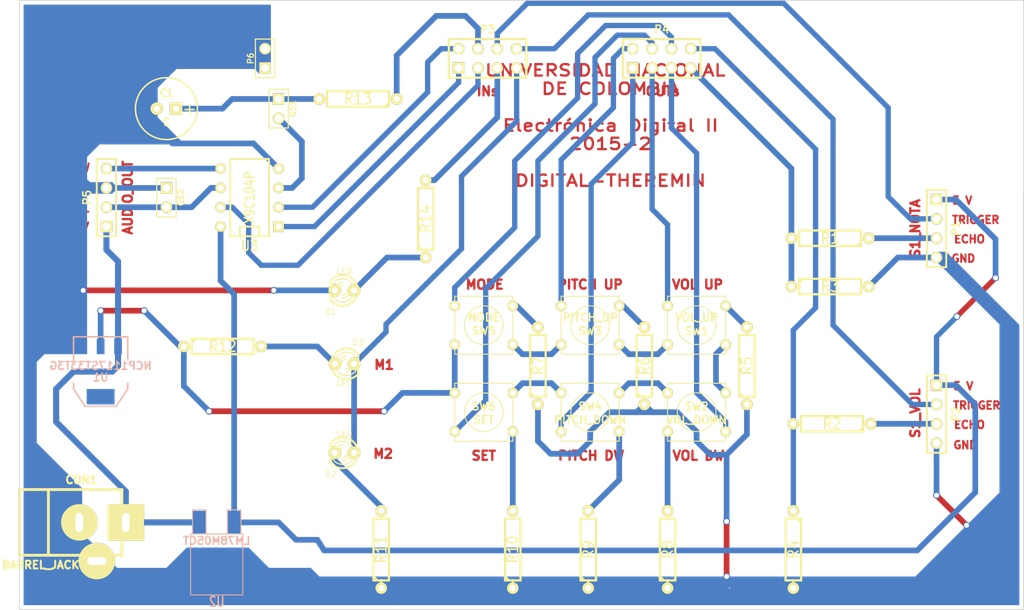
<source format=kicad_pcb>
(kicad_pcb (version 3) (host pcbnew "(2013-07-07 BZR 4022)-stable")

  (general
    (links 71)
    (no_connects 0)
    (area 15.254112 19.253999 150.926001 99.364001)
    (thickness 1.6)
    (drawings 34)
    (tracks 260)
    (zones 0)
    (modules 36)
    (nets 41)
  )

  (page USLetter)
  (layers
    (15 F.Cu signal)
    (0 B.Cu signal)
    (20 B.SilkS user)
    (21 F.SilkS user)
    (28 Edge.Cuts user)
  )

  (setup
    (last_trace_width 0.254)
    (trace_clearance 0.254)
    (zone_clearance 0.508)
    (zone_45_only yes)
    (trace_min 0.254)
    (segment_width 0.2)
    (edge_width 0.1)
    (via_size 0.889)
    (via_drill 0.635)
    (via_min_size 0.889)
    (via_min_drill 0.508)
    (uvia_size 0.508)
    (uvia_drill 0.127)
    (uvias_allowed no)
    (uvia_min_size 0.508)
    (uvia_min_drill 0.127)
    (pcb_text_width 0.3)
    (pcb_text_size 1.5 1.5)
    (mod_edge_width 0.15)
    (mod_text_size 1 1)
    (mod_text_width 0.15)
    (pad_size 1.5 1.5)
    (pad_drill 0.6)
    (pad_to_mask_clearance 0)
    (aux_axis_origin 0 0)
    (visible_elements 7FFFFFFF)
    (pcbplotparams
      (layerselection 32768)
      (usegerberextensions false)
      (excludeedgelayer true)
      (linewidth 0.150000)
      (plotframeref false)
      (viasonmask false)
      (mode 1)
      (useauxorigin false)
      (hpglpennumber 1)
      (hpglpenspeed 20)
      (hpglpendiameter 15)
      (hpglpenoverlay 2)
      (psnegative false)
      (psa4output false)
      (plotreference true)
      (plotvalue true)
      (plotothertext true)
      (plotinvisibletext false)
      (padsonsilk false)
      (subtractmaskfromsilk false)
      (outputformat 2)
      (mirror false)
      (drillshape 0)
      (scaleselection 1)
      (outputdirectory Plots/))
  )

  (net 0 "")
  (net 1 12V)
  (net 2 3.3v)
  (net 3 GND)
  (net 4 N-000001)
  (net 5 N-0000010)
  (net 6 N-0000011)
  (net 7 N-0000012)
  (net 8 N-0000013)
  (net 9 N-0000014)
  (net 10 N-0000015)
  (net 11 N-0000016)
  (net 12 N-0000017)
  (net 13 N-0000018)
  (net 14 N-0000019)
  (net 15 N-000002)
  (net 16 N-0000020)
  (net 17 N-0000021)
  (net 18 N-0000022)
  (net 19 N-0000023)
  (net 20 N-0000025)
  (net 21 N-0000027)
  (net 22 N-0000028)
  (net 23 N-0000029)
  (net 24 N-000003)
  (net 25 N-0000030)
  (net 26 N-0000031)
  (net 27 N-0000032)
  (net 28 N-0000033)
  (net 29 N-0000034)
  (net 30 N-0000035)
  (net 31 N-0000036)
  (net 32 N-0000038)
  (net 33 N-0000039)
  (net 34 N-000004)
  (net 35 N-0000040)
  (net 36 N-000005)
  (net 37 N-000006)
  (net 38 N-000007)
  (net 39 N-000008)
  (net 40 N-000009)

  (net_class Default "This is the default net class."
    (clearance 0.254)
    (trace_width 0.254)
    (via_dia 0.889)
    (via_drill 0.635)
    (uvia_dia 0.508)
    (uvia_drill 0.127)
    (add_net "")
  )

  (net_class 1 ""
    (clearance 0.254)
    (trace_width 0.3)
    (via_dia 0.889)
    (via_drill 0.635)
    (uvia_dia 0.508)
    (uvia_drill 0.127)
  )

  (net_class 2 ""
    (clearance 0.254)
    (trace_width 0.35)
    (via_dia 0.889)
    (via_drill 0.635)
    (uvia_dia 0.508)
    (uvia_drill 0.127)
  )

  (net_class 3 ""
    (clearance 0.254)
    (trace_width 0.4)
    (via_dia 0.889)
    (via_drill 0.635)
    (uvia_dia 0.508)
    (uvia_drill 0.127)
  )

  (net_class 4 ""
    (clearance 0.254)
    (trace_width 0.45)
    (via_dia 0.889)
    (via_drill 0.635)
    (uvia_dia 0.508)
    (uvia_drill 0.127)
  )

  (net_class 5 ""
    (clearance 0.254)
    (trace_width 0.5)
    (via_dia 0.889)
    (via_drill 0.635)
    (uvia_dia 0.508)
    (uvia_drill 0.127)
  )

  (net_class 6 ""
    (clearance 0.254)
    (trace_width 0.65)
    (via_dia 0.889)
    (via_drill 0.635)
    (uvia_dia 0.508)
    (uvia_drill 0.127)
  )

  (net_class 7 ""
    (clearance 0.254)
    (trace_width 0.7)
    (via_dia 0.889)
    (via_drill 0.635)
    (uvia_dia 0.508)
    (uvia_drill 0.127)
    (add_net N-000001)
    (add_net N-0000013)
    (add_net N-0000014)
    (add_net N-000002)
    (add_net N-0000023)
    (add_net N-0000025)
    (add_net N-0000027)
    (add_net N-0000028)
    (add_net N-0000029)
    (add_net N-0000030)
    (add_net N-0000032)
    (add_net N-0000033)
    (add_net N-0000034)
    (add_net N-0000035)
    (add_net N-0000036)
    (add_net N-0000038)
    (add_net N-000007)
    (add_net N-000008)
  )

  (net_class 8 ""
    (clearance 0.254)
    (trace_width 0.75)
    (via_dia 0.889)
    (via_drill 0.635)
    (uvia_dia 0.508)
    (uvia_drill 0.127)
    (add_net 3.3v)
    (add_net GND)
    (add_net N-0000010)
    (add_net N-0000011)
    (add_net N-0000012)
    (add_net N-0000015)
    (add_net N-0000016)
    (add_net N-0000017)
    (add_net N-0000018)
    (add_net N-0000019)
    (add_net N-0000020)
    (add_net N-0000021)
    (add_net N-0000022)
    (add_net N-000003)
    (add_net N-0000031)
    (add_net N-0000039)
    (add_net N-000004)
    (add_net N-0000040)
    (add_net N-000005)
    (add_net N-000006)
    (add_net N-000009)
  )

  (net_class 9 ""
    (clearance 0.254)
    (trace_width 0.8)
    (via_dia 0.889)
    (via_drill 0.635)
    (uvia_dia 0.508)
    (uvia_drill 0.127)
    (add_net 12V)
  )

  (module SW_PUSH_SMALL_ok (layer F.Cu) (tedit 562AE65F) (tstamp 562BAE02)
    (at 80.01 73.406)
    (path /562AE929)
    (fp_text reference SW6 (at 0 -0.762) (layer F.SilkS)
      (effects (font (size 1.016 1.016) (thickness 0.2032)))
    )
    (fp_text value SET (at 0 1.016) (layer F.SilkS)
      (effects (font (size 1.016 1.016) (thickness 0.2032)))
    )
    (fp_circle (center 0 0) (end 0 -2.54) (layer F.SilkS) (width 0.127))
    (fp_line (start -3.81 -3.81) (end 3.81 -3.81) (layer F.SilkS) (width 0.127))
    (fp_line (start 3.81 -3.81) (end 3.81 3.81) (layer F.SilkS) (width 0.127))
    (fp_line (start 3.81 3.81) (end -3.81 3.81) (layer F.SilkS) (width 0.127))
    (fp_line (start -3.81 -3.81) (end -3.81 3.81) (layer F.SilkS) (width 0.127))
    (pad 3 thru_hole circle (at 3.81 -2.54) (size 1.397 1.397) (drill 0.8128)
      (layers *.Cu *.Mask F.SilkS)
      (net 13 N-0000018)
    )
    (pad 4 thru_hole circle (at 3.81 2.54) (size 1.397 1.397) (drill 0.8128)
      (layers *.Cu *.Mask F.SilkS)
      (net 24 N-000003)
    )
    (pad 1 thru_hole circle (at -3.81 -2.54) (size 1.397 1.397) (drill 0.8128)
      (layers *.Cu *.Mask F.SilkS)
      (net 2 3.3v)
    )
    (pad 2 thru_hole circle (at -3.81 2.54) (size 1.397 1.397) (drill 0.8128)
      (layers *.Cu *.Mask F.SilkS)
      (net 27 N-0000032)
    )
  )

  (module SW_PUSH_SMALL_ok (layer F.Cu) (tedit 562AE65F) (tstamp 562BAE0F)
    (at 80.01 61.976 180)
    (path /562AE923)
    (fp_text reference SW5 (at 0 -0.762 180) (layer F.SilkS)
      (effects (font (size 1.016 1.016) (thickness 0.2032)))
    )
    (fp_text value MODE (at 0 1.016 180) (layer F.SilkS)
      (effects (font (size 1.016 1.016) (thickness 0.2032)))
    )
    (fp_circle (center 0 0) (end 0 -2.54) (layer F.SilkS) (width 0.127))
    (fp_line (start -3.81 -3.81) (end 3.81 -3.81) (layer F.SilkS) (width 0.127))
    (fp_line (start 3.81 -3.81) (end 3.81 3.81) (layer F.SilkS) (width 0.127))
    (fp_line (start 3.81 3.81) (end -3.81 3.81) (layer F.SilkS) (width 0.127))
    (fp_line (start -3.81 -3.81) (end -3.81 3.81) (layer F.SilkS) (width 0.127))
    (pad 3 thru_hole circle (at 3.81 -2.54 180) (size 1.397 1.397) (drill 0.8128)
      (layers *.Cu *.Mask F.SilkS)
      (net 2 3.3v)
    )
    (pad 4 thru_hole circle (at 3.81 2.54 180) (size 1.397 1.397) (drill 0.8128)
      (layers *.Cu *.Mask F.SilkS)
      (net 28 N-0000033)
    )
    (pad 1 thru_hole circle (at -3.81 -2.54 180) (size 1.397 1.397) (drill 0.8128)
      (layers *.Cu *.Mask F.SilkS)
      (net 14 N-0000019)
    )
    (pad 2 thru_hole circle (at -3.81 2.54 180) (size 1.397 1.397) (drill 0.8128)
      (layers *.Cu *.Mask F.SilkS)
      (net 10 N-0000015)
    )
  )

  (module SW_PUSH_SMALL_ok (layer F.Cu) (tedit 562AE65F) (tstamp 562BAE1C)
    (at 107.95 61.976 180)
    (path /562AE8E0)
    (fp_text reference SW1 (at 0 -0.762 180) (layer F.SilkS)
      (effects (font (size 1.016 1.016) (thickness 0.2032)))
    )
    (fp_text value VOL_UP (at 0 1.016 180) (layer F.SilkS)
      (effects (font (size 1.016 1.016) (thickness 0.2032)))
    )
    (fp_circle (center 0 0) (end 0 -2.54) (layer F.SilkS) (width 0.127))
    (fp_line (start -3.81 -3.81) (end 3.81 -3.81) (layer F.SilkS) (width 0.127))
    (fp_line (start 3.81 -3.81) (end 3.81 3.81) (layer F.SilkS) (width 0.127))
    (fp_line (start 3.81 3.81) (end -3.81 3.81) (layer F.SilkS) (width 0.127))
    (fp_line (start -3.81 -3.81) (end -3.81 3.81) (layer F.SilkS) (width 0.127))
    (pad 3 thru_hole circle (at 3.81 -2.54 180) (size 1.397 1.397) (drill 0.8128)
      (layers *.Cu *.Mask F.SilkS)
      (net 18 N-0000022)
    )
    (pad 4 thru_hole circle (at 3.81 2.54 180) (size 1.397 1.397) (drill 0.8128)
      (layers *.Cu *.Mask F.SilkS)
      (net 21 N-0000027)
    )
    (pad 1 thru_hole circle (at -3.81 -2.54 180) (size 1.397 1.397) (drill 0.8128)
      (layers *.Cu *.Mask F.SilkS)
      (net 36 N-000005)
    )
    (pad 2 thru_hole circle (at -3.81 2.54 180) (size 1.397 1.397) (drill 0.8128)
      (layers *.Cu *.Mask F.SilkS)
      (net 17 N-0000021)
    )
  )

  (module SW_PUSH_SMALL_ok (layer F.Cu) (tedit 562AE65F) (tstamp 562BAE29)
    (at 107.95 73.406)
    (path /562AE911)
    (fp_text reference SW2 (at 0 -0.762) (layer F.SilkS)
      (effects (font (size 1.016 1.016) (thickness 0.2032)))
    )
    (fp_text value VOL_DOWN (at 0 1.016) (layer F.SilkS)
      (effects (font (size 1.016 1.016) (thickness 0.2032)))
    )
    (fp_circle (center 0 0) (end 0 -2.54) (layer F.SilkS) (width 0.127))
    (fp_line (start -3.81 -3.81) (end 3.81 -3.81) (layer F.SilkS) (width 0.127))
    (fp_line (start 3.81 -3.81) (end 3.81 3.81) (layer F.SilkS) (width 0.127))
    (fp_line (start 3.81 3.81) (end -3.81 3.81) (layer F.SilkS) (width 0.127))
    (fp_line (start -3.81 -3.81) (end -3.81 3.81) (layer F.SilkS) (width 0.127))
    (pad 3 thru_hole circle (at 3.81 -2.54) (size 1.397 1.397) (drill 0.8128)
      (layers *.Cu *.Mask F.SilkS)
      (net 36 N-000005)
    )
    (pad 4 thru_hole circle (at 3.81 2.54) (size 1.397 1.397) (drill 0.8128)
      (layers *.Cu *.Mask F.SilkS)
      (net 25 N-0000030)
    )
    (pad 1 thru_hole circle (at -3.81 -2.54) (size 1.397 1.397) (drill 0.8128)
      (layers *.Cu *.Mask F.SilkS)
      (net 12 N-0000017)
    )
    (pad 2 thru_hole circle (at -3.81 2.54) (size 1.397 1.397) (drill 0.8128)
      (layers *.Cu *.Mask F.SilkS)
      (net 11 N-0000016)
    )
  )

  (module SW_PUSH_SMALL_ok (layer F.Cu) (tedit 562AE65F) (tstamp 562BAE36)
    (at 93.98 73.406)
    (path /562AE91D)
    (fp_text reference SW4 (at 0 -0.762) (layer F.SilkS)
      (effects (font (size 1.016 1.016) (thickness 0.2032)))
    )
    (fp_text value PITCH_DOWN (at 0 1.016) (layer F.SilkS)
      (effects (font (size 1.016 1.016) (thickness 0.2032)))
    )
    (fp_circle (center 0 0) (end 0 -2.54) (layer F.SilkS) (width 0.127))
    (fp_line (start -3.81 -3.81) (end 3.81 -3.81) (layer F.SilkS) (width 0.127))
    (fp_line (start 3.81 -3.81) (end 3.81 3.81) (layer F.SilkS) (width 0.127))
    (fp_line (start 3.81 3.81) (end -3.81 3.81) (layer F.SilkS) (width 0.127))
    (fp_line (start -3.81 -3.81) (end -3.81 3.81) (layer F.SilkS) (width 0.127))
    (pad 3 thru_hole circle (at 3.81 -2.54) (size 1.397 1.397) (drill 0.8128)
      (layers *.Cu *.Mask F.SilkS)
      (net 12 N-0000017)
    )
    (pad 4 thru_hole circle (at 3.81 2.54) (size 1.397 1.397) (drill 0.8128)
      (layers *.Cu *.Mask F.SilkS)
      (net 34 N-000004)
    )
    (pad 1 thru_hole circle (at -3.81 -2.54) (size 1.397 1.397) (drill 0.8128)
      (layers *.Cu *.Mask F.SilkS)
      (net 13 N-0000018)
    )
    (pad 2 thru_hole circle (at -3.81 2.54) (size 1.397 1.397) (drill 0.8128)
      (layers *.Cu *.Mask F.SilkS)
      (net 4 N-000001)
    )
  )

  (module SW_PUSH_SMALL_ok (layer F.Cu) (tedit 562AE65F) (tstamp 562BAE43)
    (at 93.98 61.976 180)
    (path /562AE917)
    (fp_text reference SW3 (at 0 -0.762 180) (layer F.SilkS)
      (effects (font (size 1.016 1.016) (thickness 0.2032)))
    )
    (fp_text value PITCH_UP (at 0 1.016 180) (layer F.SilkS)
      (effects (font (size 1.016 1.016) (thickness 0.2032)))
    )
    (fp_circle (center 0 0) (end 0 -2.54) (layer F.SilkS) (width 0.127))
    (fp_line (start -3.81 -3.81) (end 3.81 -3.81) (layer F.SilkS) (width 0.127))
    (fp_line (start 3.81 -3.81) (end 3.81 3.81) (layer F.SilkS) (width 0.127))
    (fp_line (start 3.81 3.81) (end -3.81 3.81) (layer F.SilkS) (width 0.127))
    (fp_line (start -3.81 -3.81) (end -3.81 3.81) (layer F.SilkS) (width 0.127))
    (pad 3 thru_hole circle (at 3.81 -2.54 180) (size 1.397 1.397) (drill 0.8128)
      (layers *.Cu *.Mask F.SilkS)
      (net 14 N-0000019)
    )
    (pad 4 thru_hole circle (at 3.81 2.54 180) (size 1.397 1.397) (drill 0.8128)
      (layers *.Cu *.Mask F.SilkS)
      (net 15 N-000002)
    )
    (pad 1 thru_hole circle (at -3.81 -2.54 180) (size 1.397 1.397) (drill 0.8128)
      (layers *.Cu *.Mask F.SilkS)
      (net 18 N-0000022)
    )
    (pad 2 thru_hole circle (at -3.81 2.54 180) (size 1.397 1.397) (drill 0.8128)
      (layers *.Cu *.Mask F.SilkS)
      (net 16 N-0000020)
    )
  )

  (module SOT223 (layer B.Cu) (tedit 200000) (tstamp 562BBA25)
    (at 29.718 68.072)
    (descr "module CMS SOT223 4 pins")
    (tags "CMS SOT")
    (path /55F6BC52)
    (attr smd)
    (fp_text reference U1 (at 0 0.762) (layer B.SilkS)
      (effects (font (size 1.016 1.016) (thickness 0.2032)) (justify mirror))
    )
    (fp_text value NCP1117ST33T3G (at 0 -0.762) (layer B.SilkS)
      (effects (font (size 1.016 1.016) (thickness 0.2032)) (justify mirror))
    )
    (fp_line (start -3.556 -1.524) (end -3.556 -4.572) (layer B.SilkS) (width 0.2032))
    (fp_line (start -3.556 -4.572) (end 3.556 -4.572) (layer B.SilkS) (width 0.2032))
    (fp_line (start 3.556 -4.572) (end 3.556 -1.524) (layer B.SilkS) (width 0.2032))
    (fp_line (start -3.556 1.524) (end -3.556 2.286) (layer B.SilkS) (width 0.2032))
    (fp_line (start -3.556 2.286) (end -2.032 4.572) (layer B.SilkS) (width 0.2032))
    (fp_line (start -2.032 4.572) (end 2.032 4.572) (layer B.SilkS) (width 0.2032))
    (fp_line (start 2.032 4.572) (end 3.556 2.286) (layer B.SilkS) (width 0.2032))
    (fp_line (start 3.556 2.286) (end 3.556 1.524) (layer B.SilkS) (width 0.2032))
    (pad 4 smd rect (at 0 3.302) (size 3.6576 2.032)
      (layers B.Cu)
    )
    (pad 2 smd rect (at 0 -3.302) (size 1.016 2.032)
      (layers B.Cu)
      (net 2 3.3v)
    )
    (pad 3 smd rect (at 2.286 -3.302) (size 1.016 2.032)
      (layers B.Cu)
      (net 1 12V)
    )
    (pad 1 smd rect (at -2.286 -3.302) (size 1.016 2.032)
      (layers B.Cu)
      (net 3 GND)
    )
    (model smd/SOT223.wrl
      (at (xyz 0 0 0))
      (scale (xyz 0.4 0.4 0.4))
      (rotate (xyz 0 0 0))
    )
  )

  (module R4 (layer F.Cu) (tedit 200000) (tstamp 562BAE71)
    (at 66.548 91.44 90)
    (descr "Resitance 4 pas")
    (tags R)
    (path /562ACC8A)
    (autoplace_cost180 10)
    (fp_text reference R11 (at 0 0 90) (layer F.SilkS)
      (effects (font (size 1.397 1.27) (thickness 0.2032)))
    )
    (fp_text value R (at 0 0 90) (layer F.SilkS) hide
      (effects (font (size 1.397 1.27) (thickness 0.2032)))
    )
    (fp_line (start -5.08 0) (end -4.064 0) (layer F.SilkS) (width 0.3048))
    (fp_line (start -4.064 0) (end -4.064 -1.016) (layer F.SilkS) (width 0.3048))
    (fp_line (start -4.064 -1.016) (end 4.064 -1.016) (layer F.SilkS) (width 0.3048))
    (fp_line (start 4.064 -1.016) (end 4.064 1.016) (layer F.SilkS) (width 0.3048))
    (fp_line (start 4.064 1.016) (end -4.064 1.016) (layer F.SilkS) (width 0.3048))
    (fp_line (start -4.064 1.016) (end -4.064 0) (layer F.SilkS) (width 0.3048))
    (fp_line (start -4.064 -0.508) (end -3.556 -1.016) (layer F.SilkS) (width 0.3048))
    (fp_line (start 5.08 0) (end 4.064 0) (layer F.SilkS) (width 0.3048))
    (pad 1 thru_hole circle (at -5.08 0 90) (size 1.524 1.524) (drill 0.8128)
      (layers *.Cu *.Mask F.SilkS)
      (net 3 GND)
    )
    (pad 2 thru_hole circle (at 5.08 0 90) (size 1.524 1.524) (drill 0.8128)
      (layers *.Cu *.Mask F.SilkS)
      (net 33 N-0000039)
    )
    (model discret/resistor.wrl
      (at (xyz 0 0 0))
      (scale (xyz 0.4 0.4 0.4))
      (rotate (xyz 0 0 0))
    )
  )

  (module R4 (layer F.Cu) (tedit 200000) (tstamp 562BAE7F)
    (at 45.72 64.77)
    (descr "Resitance 4 pas")
    (tags R)
    (path /562ACC9A)
    (autoplace_cost180 10)
    (fp_text reference R12 (at 0 0) (layer F.SilkS)
      (effects (font (size 1.397 1.27) (thickness 0.2032)))
    )
    (fp_text value R (at 0 0) (layer F.SilkS) hide
      (effects (font (size 1.397 1.27) (thickness 0.2032)))
    )
    (fp_line (start -5.08 0) (end -4.064 0) (layer F.SilkS) (width 0.3048))
    (fp_line (start -4.064 0) (end -4.064 -1.016) (layer F.SilkS) (width 0.3048))
    (fp_line (start -4.064 -1.016) (end 4.064 -1.016) (layer F.SilkS) (width 0.3048))
    (fp_line (start 4.064 -1.016) (end 4.064 1.016) (layer F.SilkS) (width 0.3048))
    (fp_line (start 4.064 1.016) (end -4.064 1.016) (layer F.SilkS) (width 0.3048))
    (fp_line (start -4.064 1.016) (end -4.064 0) (layer F.SilkS) (width 0.3048))
    (fp_line (start -4.064 -0.508) (end -3.556 -1.016) (layer F.SilkS) (width 0.3048))
    (fp_line (start 5.08 0) (end 4.064 0) (layer F.SilkS) (width 0.3048))
    (pad 1 thru_hole circle (at -5.08 0) (size 1.524 1.524) (drill 0.8128)
      (layers *.Cu *.Mask F.SilkS)
      (net 2 3.3v)
    )
    (pad 2 thru_hole circle (at 5.08 0) (size 1.524 1.524) (drill 0.8128)
      (layers *.Cu *.Mask F.SilkS)
      (net 35 N-0000040)
    )
    (model discret/resistor.wrl
      (at (xyz 0 0 0))
      (scale (xyz 0.4 0.4 0.4))
      (rotate (xyz 0 0 0))
    )
  )

  (module R4 (layer F.Cu) (tedit 200000) (tstamp 562BAE8D)
    (at 83.82 91.44 90)
    (descr "Resitance 4 pas")
    (tags R)
    (path /562ABEDD)
    (autoplace_cost180 10)
    (fp_text reference R10 (at 0 0 90) (layer F.SilkS)
      (effects (font (size 1.397 1.27) (thickness 0.2032)))
    )
    (fp_text value R (at 0 0 90) (layer F.SilkS) hide
      (effects (font (size 1.397 1.27) (thickness 0.2032)))
    )
    (fp_line (start -5.08 0) (end -4.064 0) (layer F.SilkS) (width 0.3048))
    (fp_line (start -4.064 0) (end -4.064 -1.016) (layer F.SilkS) (width 0.3048))
    (fp_line (start -4.064 -1.016) (end 4.064 -1.016) (layer F.SilkS) (width 0.3048))
    (fp_line (start 4.064 -1.016) (end 4.064 1.016) (layer F.SilkS) (width 0.3048))
    (fp_line (start 4.064 1.016) (end -4.064 1.016) (layer F.SilkS) (width 0.3048))
    (fp_line (start -4.064 1.016) (end -4.064 0) (layer F.SilkS) (width 0.3048))
    (fp_line (start -4.064 -0.508) (end -3.556 -1.016) (layer F.SilkS) (width 0.3048))
    (fp_line (start 5.08 0) (end 4.064 0) (layer F.SilkS) (width 0.3048))
    (pad 1 thru_hole circle (at -5.08 0 90) (size 1.524 1.524) (drill 0.8128)
      (layers *.Cu *.Mask F.SilkS)
      (net 3 GND)
    )
    (pad 2 thru_hole circle (at 5.08 0 90) (size 1.524 1.524) (drill 0.8128)
      (layers *.Cu *.Mask F.SilkS)
      (net 24 N-000003)
    )
    (model discret/resistor.wrl
      (at (xyz 0 0 0))
      (scale (xyz 0.4 0.4 0.4))
      (rotate (xyz 0 0 0))
    )
  )

  (module R4 (layer F.Cu) (tedit 200000) (tstamp 562BAE9B)
    (at 93.726 91.44 90)
    (descr "Resitance 4 pas")
    (tags R)
    (path /562AB6B8)
    (autoplace_cost180 10)
    (fp_text reference R9 (at 0 0 90) (layer F.SilkS)
      (effects (font (size 1.397 1.27) (thickness 0.2032)))
    )
    (fp_text value R (at 0 0 90) (layer F.SilkS) hide
      (effects (font (size 1.397 1.27) (thickness 0.2032)))
    )
    (fp_line (start -5.08 0) (end -4.064 0) (layer F.SilkS) (width 0.3048))
    (fp_line (start -4.064 0) (end -4.064 -1.016) (layer F.SilkS) (width 0.3048))
    (fp_line (start -4.064 -1.016) (end 4.064 -1.016) (layer F.SilkS) (width 0.3048))
    (fp_line (start 4.064 -1.016) (end 4.064 1.016) (layer F.SilkS) (width 0.3048))
    (fp_line (start 4.064 1.016) (end -4.064 1.016) (layer F.SilkS) (width 0.3048))
    (fp_line (start -4.064 1.016) (end -4.064 0) (layer F.SilkS) (width 0.3048))
    (fp_line (start -4.064 -0.508) (end -3.556 -1.016) (layer F.SilkS) (width 0.3048))
    (fp_line (start 5.08 0) (end 4.064 0) (layer F.SilkS) (width 0.3048))
    (pad 1 thru_hole circle (at -5.08 0 90) (size 1.524 1.524) (drill 0.8128)
      (layers *.Cu *.Mask F.SilkS)
      (net 3 GND)
    )
    (pad 2 thru_hole circle (at 5.08 0 90) (size 1.524 1.524) (drill 0.8128)
      (layers *.Cu *.Mask F.SilkS)
      (net 34 N-000004)
    )
    (model discret/resistor.wrl
      (at (xyz 0 0 0))
      (scale (xyz 0.4 0.4 0.4))
      (rotate (xyz 0 0 0))
    )
  )

  (module R4 (layer F.Cu) (tedit 200000) (tstamp 562BAEA9)
    (at 104.14 91.44 90)
    (descr "Resitance 4 pas")
    (tags R)
    (path /562AB234)
    (autoplace_cost180 10)
    (fp_text reference R8 (at 0 0 90) (layer F.SilkS)
      (effects (font (size 1.397 1.27) (thickness 0.2032)))
    )
    (fp_text value R (at 0 0 90) (layer F.SilkS) hide
      (effects (font (size 1.397 1.27) (thickness 0.2032)))
    )
    (fp_line (start -5.08 0) (end -4.064 0) (layer F.SilkS) (width 0.3048))
    (fp_line (start -4.064 0) (end -4.064 -1.016) (layer F.SilkS) (width 0.3048))
    (fp_line (start -4.064 -1.016) (end 4.064 -1.016) (layer F.SilkS) (width 0.3048))
    (fp_line (start 4.064 -1.016) (end 4.064 1.016) (layer F.SilkS) (width 0.3048))
    (fp_line (start 4.064 1.016) (end -4.064 1.016) (layer F.SilkS) (width 0.3048))
    (fp_line (start -4.064 1.016) (end -4.064 0) (layer F.SilkS) (width 0.3048))
    (fp_line (start -4.064 -0.508) (end -3.556 -1.016) (layer F.SilkS) (width 0.3048))
    (fp_line (start 5.08 0) (end 4.064 0) (layer F.SilkS) (width 0.3048))
    (pad 1 thru_hole circle (at -5.08 0 90) (size 1.524 1.524) (drill 0.8128)
      (layers *.Cu *.Mask F.SilkS)
      (net 3 GND)
    )
    (pad 2 thru_hole circle (at 5.08 0 90) (size 1.524 1.524) (drill 0.8128)
      (layers *.Cu *.Mask F.SilkS)
      (net 11 N-0000016)
    )
    (model discret/resistor.wrl
      (at (xyz 0 0 0))
      (scale (xyz 0.4 0.4 0.4))
      (rotate (xyz 0 0 0))
    )
  )

  (module R4 (layer F.Cu) (tedit 200000) (tstamp 562BAEB7)
    (at 87.122 67.31 90)
    (descr "Resitance 4 pas")
    (tags R)
    (path /562AB22E)
    (autoplace_cost180 10)
    (fp_text reference R7 (at 0 0 90) (layer F.SilkS)
      (effects (font (size 1.397 1.27) (thickness 0.2032)))
    )
    (fp_text value R (at 0 0 90) (layer F.SilkS) hide
      (effects (font (size 1.397 1.27) (thickness 0.2032)))
    )
    (fp_line (start -5.08 0) (end -4.064 0) (layer F.SilkS) (width 0.3048))
    (fp_line (start -4.064 0) (end -4.064 -1.016) (layer F.SilkS) (width 0.3048))
    (fp_line (start -4.064 -1.016) (end 4.064 -1.016) (layer F.SilkS) (width 0.3048))
    (fp_line (start 4.064 -1.016) (end 4.064 1.016) (layer F.SilkS) (width 0.3048))
    (fp_line (start 4.064 1.016) (end -4.064 1.016) (layer F.SilkS) (width 0.3048))
    (fp_line (start -4.064 1.016) (end -4.064 0) (layer F.SilkS) (width 0.3048))
    (fp_line (start -4.064 -0.508) (end -3.556 -1.016) (layer F.SilkS) (width 0.3048))
    (fp_line (start 5.08 0) (end 4.064 0) (layer F.SilkS) (width 0.3048))
    (pad 1 thru_hole circle (at -5.08 0 90) (size 1.524 1.524) (drill 0.8128)
      (layers *.Cu *.Mask F.SilkS)
      (net 3 GND)
    )
    (pad 2 thru_hole circle (at 5.08 0 90) (size 1.524 1.524) (drill 0.8128)
      (layers *.Cu *.Mask F.SilkS)
      (net 10 N-0000015)
    )
    (model discret/resistor.wrl
      (at (xyz 0 0 0))
      (scale (xyz 0.4 0.4 0.4))
      (rotate (xyz 0 0 0))
    )
  )

  (module R4 (layer F.Cu) (tedit 200000) (tstamp 562BAEC5)
    (at 101.092 67.31 90)
    (descr "Resitance 4 pas")
    (tags R)
    (path /562AB228)
    (autoplace_cost180 10)
    (fp_text reference R6 (at 0 0 90) (layer F.SilkS)
      (effects (font (size 1.397 1.27) (thickness 0.2032)))
    )
    (fp_text value R (at 0 0 90) (layer F.SilkS) hide
      (effects (font (size 1.397 1.27) (thickness 0.2032)))
    )
    (fp_line (start -5.08 0) (end -4.064 0) (layer F.SilkS) (width 0.3048))
    (fp_line (start -4.064 0) (end -4.064 -1.016) (layer F.SilkS) (width 0.3048))
    (fp_line (start -4.064 -1.016) (end 4.064 -1.016) (layer F.SilkS) (width 0.3048))
    (fp_line (start 4.064 -1.016) (end 4.064 1.016) (layer F.SilkS) (width 0.3048))
    (fp_line (start 4.064 1.016) (end -4.064 1.016) (layer F.SilkS) (width 0.3048))
    (fp_line (start -4.064 1.016) (end -4.064 0) (layer F.SilkS) (width 0.3048))
    (fp_line (start -4.064 -0.508) (end -3.556 -1.016) (layer F.SilkS) (width 0.3048))
    (fp_line (start 5.08 0) (end 4.064 0) (layer F.SilkS) (width 0.3048))
    (pad 1 thru_hole circle (at -5.08 0 90) (size 1.524 1.524) (drill 0.8128)
      (layers *.Cu *.Mask F.SilkS)
      (net 3 GND)
    )
    (pad 2 thru_hole circle (at 5.08 0 90) (size 1.524 1.524) (drill 0.8128)
      (layers *.Cu *.Mask F.SilkS)
      (net 16 N-0000020)
    )
    (model discret/resistor.wrl
      (at (xyz 0 0 0))
      (scale (xyz 0.4 0.4 0.4))
      (rotate (xyz 0 0 0))
    )
  )

  (module R4 (layer F.Cu) (tedit 200000) (tstamp 562BAED3)
    (at 114.554 67.31 90)
    (descr "Resitance 4 pas")
    (tags R)
    (path /562AB222)
    (autoplace_cost180 10)
    (fp_text reference R5 (at 0 0 90) (layer F.SilkS)
      (effects (font (size 1.397 1.27) (thickness 0.2032)))
    )
    (fp_text value R (at 0 0 90) (layer F.SilkS) hide
      (effects (font (size 1.397 1.27) (thickness 0.2032)))
    )
    (fp_line (start -5.08 0) (end -4.064 0) (layer F.SilkS) (width 0.3048))
    (fp_line (start -4.064 0) (end -4.064 -1.016) (layer F.SilkS) (width 0.3048))
    (fp_line (start -4.064 -1.016) (end 4.064 -1.016) (layer F.SilkS) (width 0.3048))
    (fp_line (start 4.064 -1.016) (end 4.064 1.016) (layer F.SilkS) (width 0.3048))
    (fp_line (start 4.064 1.016) (end -4.064 1.016) (layer F.SilkS) (width 0.3048))
    (fp_line (start -4.064 1.016) (end -4.064 0) (layer F.SilkS) (width 0.3048))
    (fp_line (start -4.064 -0.508) (end -3.556 -1.016) (layer F.SilkS) (width 0.3048))
    (fp_line (start 5.08 0) (end 4.064 0) (layer F.SilkS) (width 0.3048))
    (pad 1 thru_hole circle (at -5.08 0 90) (size 1.524 1.524) (drill 0.8128)
      (layers *.Cu *.Mask F.SilkS)
      (net 3 GND)
    )
    (pad 2 thru_hole circle (at 5.08 0 90) (size 1.524 1.524) (drill 0.8128)
      (layers *.Cu *.Mask F.SilkS)
      (net 17 N-0000021)
    )
    (model discret/resistor.wrl
      (at (xyz 0 0 0))
      (scale (xyz 0.4 0.4 0.4))
      (rotate (xyz 0 0 0))
    )
  )

  (module R4 (layer F.Cu) (tedit 5636B37C) (tstamp 5647AF23)
    (at 63.5 32.258 180)
    (descr "Resitance 4 pas")
    (tags R)
    (path /55F80FF0)
    (autoplace_cost180 10)
    (fp_text reference R13 (at 0 0 180) (layer F.SilkS)
      (effects (font (size 1.397 1.27) (thickness 0.2032)))
    )
    (fp_text value R (at 0 0 180) (layer F.SilkS) hide
      (effects (font (size 1.397 1.27) (thickness 0.2032)))
    )
    (fp_line (start -5.08 0) (end -4.064 0) (layer F.SilkS) (width 0.3048))
    (fp_line (start -4.064 0) (end -4.064 -1.016) (layer F.SilkS) (width 0.3048))
    (fp_line (start -4.064 -1.016) (end 4.064 -1.016) (layer F.SilkS) (width 0.3048))
    (fp_line (start 4.064 -1.016) (end 4.064 1.016) (layer F.SilkS) (width 0.3048))
    (fp_line (start 4.064 1.016) (end -4.064 1.016) (layer F.SilkS) (width 0.3048))
    (fp_line (start -4.064 1.016) (end -4.064 0) (layer F.SilkS) (width 0.3048))
    (fp_line (start -4.064 -0.508) (end -3.556 -1.016) (layer F.SilkS) (width 0.3048))
    (fp_line (start 5.08 0) (end 4.064 0) (layer F.SilkS) (width 0.3048))
    (pad 1 thru_hole circle (at -5.08 0 180) (size 1.524 1.524) (drill 0.8128)
      (layers *.Cu *.Mask F.SilkS)
      (net 37 N-000006)
    )
    (pad 2 thru_hole circle (at 5.08 0 180) (size 1.524 1.524) (drill 0.8128)
      (layers *.Cu *.Mask F.SilkS)
      (net 31 N-0000036)
    )
    (model discret/resistor.wrl
      (at (xyz 0 0 0))
      (scale (xyz 0.4 0.4 0.4))
      (rotate (xyz 0 0 0))
    )
  )

  (module R4 (layer F.Cu) (tedit 200000) (tstamp 5636AB50)
    (at 120.65 91.44 270)
    (descr "Resitance 4 pas")
    (tags R)
    (path /55F80B33)
    (autoplace_cost180 10)
    (fp_text reference R4 (at 0 0 270) (layer F.SilkS)
      (effects (font (size 1.397 1.27) (thickness 0.2032)))
    )
    (fp_text value R (at 0 0 270) (layer F.SilkS) hide
      (effects (font (size 1.397 1.27) (thickness 0.2032)))
    )
    (fp_line (start -5.08 0) (end -4.064 0) (layer F.SilkS) (width 0.3048))
    (fp_line (start -4.064 0) (end -4.064 -1.016) (layer F.SilkS) (width 0.3048))
    (fp_line (start -4.064 -1.016) (end 4.064 -1.016) (layer F.SilkS) (width 0.3048))
    (fp_line (start 4.064 -1.016) (end 4.064 1.016) (layer F.SilkS) (width 0.3048))
    (fp_line (start 4.064 1.016) (end -4.064 1.016) (layer F.SilkS) (width 0.3048))
    (fp_line (start -4.064 1.016) (end -4.064 0) (layer F.SilkS) (width 0.3048))
    (fp_line (start -4.064 -0.508) (end -3.556 -1.016) (layer F.SilkS) (width 0.3048))
    (fp_line (start 5.08 0) (end 4.064 0) (layer F.SilkS) (width 0.3048))
    (pad 1 thru_hole circle (at -5.08 0 270) (size 1.524 1.524) (drill 0.8128)
      (layers *.Cu *.Mask F.SilkS)
      (net 30 N-0000035)
    )
    (pad 2 thru_hole circle (at 5.08 0 270) (size 1.524 1.524) (drill 0.8128)
      (layers *.Cu *.Mask F.SilkS)
      (net 3 GND)
    )
    (model discret/resistor.wrl
      (at (xyz 0 0 0))
      (scale (xyz 0.4 0.4 0.4))
      (rotate (xyz 0 0 0))
    )
  )

  (module R4 (layer F.Cu) (tedit 200000) (tstamp 562BAEFD)
    (at 125.73 74.93 180)
    (descr "Resitance 4 pas")
    (tags R)
    (path /55F80B2D)
    (autoplace_cost180 10)
    (fp_text reference R2 (at 0 0 180) (layer F.SilkS)
      (effects (font (size 1.397 1.27) (thickness 0.2032)))
    )
    (fp_text value R (at 0 0 180) (layer F.SilkS) hide
      (effects (font (size 1.397 1.27) (thickness 0.2032)))
    )
    (fp_line (start -5.08 0) (end -4.064 0) (layer F.SilkS) (width 0.3048))
    (fp_line (start -4.064 0) (end -4.064 -1.016) (layer F.SilkS) (width 0.3048))
    (fp_line (start -4.064 -1.016) (end 4.064 -1.016) (layer F.SilkS) (width 0.3048))
    (fp_line (start 4.064 -1.016) (end 4.064 1.016) (layer F.SilkS) (width 0.3048))
    (fp_line (start 4.064 1.016) (end -4.064 1.016) (layer F.SilkS) (width 0.3048))
    (fp_line (start -4.064 1.016) (end -4.064 0) (layer F.SilkS) (width 0.3048))
    (fp_line (start -4.064 -0.508) (end -3.556 -1.016) (layer F.SilkS) (width 0.3048))
    (fp_line (start 5.08 0) (end 4.064 0) (layer F.SilkS) (width 0.3048))
    (pad 1 thru_hole circle (at -5.08 0 180) (size 1.524 1.524) (drill 0.8128)
      (layers *.Cu *.Mask F.SilkS)
      (net 7 N-0000012)
    )
    (pad 2 thru_hole circle (at 5.08 0 180) (size 1.524 1.524) (drill 0.8128)
      (layers *.Cu *.Mask F.SilkS)
      (net 30 N-0000035)
    )
    (model discret/resistor.wrl
      (at (xyz 0 0 0))
      (scale (xyz 0.4 0.4 0.4))
      (rotate (xyz 0 0 0))
    )
  )

  (module R4 (layer F.Cu) (tedit 200000) (tstamp 562BAF0B)
    (at 125.476 56.896)
    (descr "Resitance 4 pas")
    (tags R)
    (path /55F6C2A6)
    (autoplace_cost180 10)
    (fp_text reference R3 (at 0 0) (layer F.SilkS)
      (effects (font (size 1.397 1.27) (thickness 0.2032)))
    )
    (fp_text value R (at 0 0) (layer F.SilkS) hide
      (effects (font (size 1.397 1.27) (thickness 0.2032)))
    )
    (fp_line (start -5.08 0) (end -4.064 0) (layer F.SilkS) (width 0.3048))
    (fp_line (start -4.064 0) (end -4.064 -1.016) (layer F.SilkS) (width 0.3048))
    (fp_line (start -4.064 -1.016) (end 4.064 -1.016) (layer F.SilkS) (width 0.3048))
    (fp_line (start 4.064 -1.016) (end 4.064 1.016) (layer F.SilkS) (width 0.3048))
    (fp_line (start 4.064 1.016) (end -4.064 1.016) (layer F.SilkS) (width 0.3048))
    (fp_line (start -4.064 1.016) (end -4.064 0) (layer F.SilkS) (width 0.3048))
    (fp_line (start -4.064 -0.508) (end -3.556 -1.016) (layer F.SilkS) (width 0.3048))
    (fp_line (start 5.08 0) (end 4.064 0) (layer F.SilkS) (width 0.3048))
    (pad 1 thru_hole circle (at -5.08 0) (size 1.524 1.524) (drill 0.8128)
      (layers *.Cu *.Mask F.SilkS)
      (net 26 N-0000031)
    )
    (pad 2 thru_hole circle (at 5.08 0) (size 1.524 1.524) (drill 0.8128)
      (layers *.Cu *.Mask F.SilkS)
      (net 3 GND)
    )
    (model discret/resistor.wrl
      (at (xyz 0 0 0))
      (scale (xyz 0.4 0.4 0.4))
      (rotate (xyz 0 0 0))
    )
  )

  (module R4 (layer F.Cu) (tedit 200000) (tstamp 562BAF19)
    (at 125.476 50.546 180)
    (descr "Resitance 4 pas")
    (tags R)
    (path /55F6C297)
    (autoplace_cost180 10)
    (fp_text reference R1 (at 0 0 180) (layer F.SilkS)
      (effects (font (size 1.397 1.27) (thickness 0.2032)))
    )
    (fp_text value R (at 0 0 180) (layer F.SilkS) hide
      (effects (font (size 1.397 1.27) (thickness 0.2032)))
    )
    (fp_line (start -5.08 0) (end -4.064 0) (layer F.SilkS) (width 0.3048))
    (fp_line (start -4.064 0) (end -4.064 -1.016) (layer F.SilkS) (width 0.3048))
    (fp_line (start -4.064 -1.016) (end 4.064 -1.016) (layer F.SilkS) (width 0.3048))
    (fp_line (start 4.064 -1.016) (end 4.064 1.016) (layer F.SilkS) (width 0.3048))
    (fp_line (start 4.064 1.016) (end -4.064 1.016) (layer F.SilkS) (width 0.3048))
    (fp_line (start -4.064 1.016) (end -4.064 0) (layer F.SilkS) (width 0.3048))
    (fp_line (start -4.064 -0.508) (end -3.556 -1.016) (layer F.SilkS) (width 0.3048))
    (fp_line (start 5.08 0) (end 4.064 0) (layer F.SilkS) (width 0.3048))
    (pad 1 thru_hole circle (at -5.08 0 180) (size 1.524 1.524) (drill 0.8128)
      (layers *.Cu *.Mask F.SilkS)
      (net 6 N-0000011)
    )
    (pad 2 thru_hole circle (at 5.08 0 180) (size 1.524 1.524) (drill 0.8128)
      (layers *.Cu *.Mask F.SilkS)
      (net 26 N-0000031)
    )
    (model discret/resistor.wrl
      (at (xyz 0 0 0))
      (scale (xyz 0.4 0.4 0.4))
      (rotate (xyz 0 0 0))
    )
  )

  (module R4 (layer F.Cu) (tedit 200000) (tstamp 562BAF27)
    (at 72.39 48.006 90)
    (descr "Resitance 4 pas")
    (tags R)
    (path /562BA474)
    (autoplace_cost180 10)
    (fp_text reference R14 (at 0 0 90) (layer F.SilkS)
      (effects (font (size 1.397 1.27) (thickness 0.2032)))
    )
    (fp_text value R (at 0 0 90) (layer F.SilkS) hide
      (effects (font (size 1.397 1.27) (thickness 0.2032)))
    )
    (fp_line (start -5.08 0) (end -4.064 0) (layer F.SilkS) (width 0.3048))
    (fp_line (start -4.064 0) (end -4.064 -1.016) (layer F.SilkS) (width 0.3048))
    (fp_line (start -4.064 -1.016) (end 4.064 -1.016) (layer F.SilkS) (width 0.3048))
    (fp_line (start 4.064 -1.016) (end 4.064 1.016) (layer F.SilkS) (width 0.3048))
    (fp_line (start 4.064 1.016) (end -4.064 1.016) (layer F.SilkS) (width 0.3048))
    (fp_line (start -4.064 1.016) (end -4.064 0) (layer F.SilkS) (width 0.3048))
    (fp_line (start -4.064 -0.508) (end -3.556 -1.016) (layer F.SilkS) (width 0.3048))
    (fp_line (start 5.08 0) (end 4.064 0) (layer F.SilkS) (width 0.3048))
    (pad 1 thru_hole circle (at -5.08 0 90) (size 1.524 1.524) (drill 0.8128)
      (layers *.Cu *.Mask F.SilkS)
      (net 5 N-0000010)
    )
    (pad 2 thru_hole circle (at 5.08 0 90) (size 1.524 1.524) (drill 0.8128)
      (layers *.Cu *.Mask F.SilkS)
      (net 40 N-000009)
    )
    (model discret/resistor.wrl
      (at (xyz 0 0 0))
      (scale (xyz 0.4 0.4 0.4))
      (rotate (xyz 0 0 0))
    )
  )

  (module pin_array_4x2 (layer F.Cu) (tedit 3FAB90E6) (tstamp 562BAF37)
    (at 103.378 26.924)
    (descr "Double rangee de contacts 2 x 4 pins")
    (tags CONN)
    (path /562AB853)
    (fp_text reference P4 (at 0 -3.81) (layer F.SilkS)
      (effects (font (size 1.016 1.016) (thickness 0.2032)))
    )
    (fp_text value FPGA_INS (at 0 3.81) (layer F.SilkS) hide
      (effects (font (size 1.016 1.016) (thickness 0.2032)))
    )
    (fp_line (start -5.08 -2.54) (end 5.08 -2.54) (layer F.SilkS) (width 0.3048))
    (fp_line (start 5.08 -2.54) (end 5.08 2.54) (layer F.SilkS) (width 0.3048))
    (fp_line (start 5.08 2.54) (end -5.08 2.54) (layer F.SilkS) (width 0.3048))
    (fp_line (start -5.08 2.54) (end -5.08 -2.54) (layer F.SilkS) (width 0.3048))
    (pad 1 thru_hole rect (at -3.81 1.27) (size 1.524 1.524) (drill 1.016)
      (layers *.Cu *.Mask F.SilkS)
      (net 4 N-000001)
    )
    (pad 2 thru_hole circle (at -3.81 -1.27) (size 1.524 1.524) (drill 1.016)
      (layers *.Cu *.Mask F.SilkS)
      (net 15 N-000002)
    )
    (pad 3 thru_hole circle (at -1.27 1.27) (size 1.524 1.524) (drill 1.016)
      (layers *.Cu *.Mask F.SilkS)
      (net 21 N-0000027)
    )
    (pad 4 thru_hole circle (at -1.27 -1.27) (size 1.524 1.524) (drill 1.016)
      (layers *.Cu *.Mask F.SilkS)
      (net 27 N-0000032)
    )
    (pad 5 thru_hole circle (at 1.27 1.27) (size 1.524 1.524) (drill 1.016)
      (layers *.Cu *.Mask F.SilkS)
      (net 25 N-0000030)
    )
    (pad 6 thru_hole circle (at 1.27 -1.27) (size 1.524 1.524) (drill 1.016)
      (layers *.Cu *.Mask F.SilkS)
      (net 28 N-0000033)
    )
    (pad 7 thru_hole circle (at 3.81 1.27) (size 1.524 1.524) (drill 1.016)
      (layers *.Cu *.Mask F.SilkS)
      (net 26 N-0000031)
    )
    (pad 8 thru_hole circle (at 3.81 -1.27) (size 1.524 1.524) (drill 1.016)
      (layers *.Cu *.Mask F.SilkS)
      (net 30 N-0000035)
    )
    (model pin_array/pins_array_4x2.wrl
      (at (xyz 0 0 0))
      (scale (xyz 1 1 1))
      (rotate (xyz 0 0 0))
    )
  )

  (module pin_array_4x2 (layer F.Cu) (tedit 5648B9A6) (tstamp 562BAF47)
    (at 80.518 26.924)
    (descr "Double rangee de contacts 2 x 4 pins")
    (tags CONN)
    (path /562AC6E0)
    (fp_text reference P3 (at 0 -3.81) (layer F.SilkS)
      (effects (font (size 1.016 1.016) (thickness 0.2032)))
    )
    (fp_text value FPGA_OUTS (at 0 3.81) (layer F.SilkS) hide
      (effects (font (size 1.016 1.016) (thickness 0.2032)))
    )
    (fp_line (start -5.08 -2.54) (end 5.08 -2.54) (layer F.SilkS) (width 0.3048))
    (fp_line (start 5.08 -2.54) (end 5.08 2.54) (layer F.SilkS) (width 0.3048))
    (fp_line (start 5.08 2.54) (end -5.08 2.54) (layer F.SilkS) (width 0.3048))
    (fp_line (start -5.08 2.54) (end -5.08 -2.54) (layer F.SilkS) (width 0.3048))
    (pad 1 thru_hole rect (at -3.81 1.27) (size 1.524 1.524) (drill 1.016)
      (layers *.Cu *.Mask F.SilkS)
      (net 20 N-0000025)
    )
    (pad 2 thru_hole circle (at -3.81 -1.27) (size 1.524 1.524) (drill 1.016)
      (layers *.Cu *.Mask F.SilkS)
      (net 38 N-000007)
    )
    (pad 3 thru_hole circle (at -1.27 1.27) (size 1.524 1.524) (drill 1.016)
      (layers *.Cu *.Mask F.SilkS)
      (net 19 N-0000023)
    )
    (pad 4 thru_hole circle (at -1.27 -1.27) (size 1.524 1.524) (drill 1.016)
      (layers *.Cu *.Mask F.SilkS)
      (net 37 N-000006)
    )
    (pad 5 thru_hole circle (at 1.27 1.27) (size 1.524 1.524) (drill 1.016)
      (layers *.Cu *.Mask F.SilkS)
      (net 40 N-000009)
    )
    (pad 6 thru_hole circle (at 1.27 -1.27) (size 1.524 1.524) (drill 1.016)
      (layers *.Cu *.Mask F.SilkS)
      (net 8 N-0000013)
    )
    (pad 7 thru_hole circle (at 3.81 1.27) (size 1.524 1.524) (drill 1.016)
      (layers *.Cu *.Mask F.SilkS)
      (net 39 N-000008)
    )
    (pad 8 thru_hole circle (at 3.81 -1.27) (size 1.524 1.524) (drill 1.016)
      (layers *.Cu *.Mask F.SilkS)
      (net 9 N-0000014)
    )
    (model pin_array/pins_array_4x2.wrl
      (at (xyz 0 0 0))
      (scale (xyz 1 1 1))
      (rotate (xyz 0 0 0))
    )
  )

  (module PIN_ARRAY_4x1 (layer F.Cu) (tedit 4C10F42E) (tstamp 562BAF53)
    (at 139.446 49.276 270)
    (descr "Double rangee de contacts 2 x 5 pins")
    (tags CONN)
    (path /55F6C0A2)
    (fp_text reference P1 (at 0 -2.54 270) (layer F.SilkS)
      (effects (font (size 1.016 1.016) (thickness 0.2032)))
    )
    (fp_text value SENSOR_1_NOTA (at 0 2.54 270) (layer F.SilkS) hide
      (effects (font (size 1.016 1.016) (thickness 0.2032)))
    )
    (fp_line (start 5.08 1.27) (end -5.08 1.27) (layer F.SilkS) (width 0.254))
    (fp_line (start 5.08 -1.27) (end -5.08 -1.27) (layer F.SilkS) (width 0.254))
    (fp_line (start -5.08 -1.27) (end -5.08 1.27) (layer F.SilkS) (width 0.254))
    (fp_line (start 5.08 1.27) (end 5.08 -1.27) (layer F.SilkS) (width 0.254))
    (pad 1 thru_hole rect (at -3.81 0 270) (size 1.524 1.524) (drill 1.016)
      (layers *.Cu *.Mask F.SilkS)
      (net 22 N-0000028)
    )
    (pad 2 thru_hole circle (at -1.27 0 270) (size 1.524 1.524) (drill 1.016)
      (layers *.Cu *.Mask F.SilkS)
      (net 8 N-0000013)
    )
    (pad 3 thru_hole circle (at 1.27 0 270) (size 1.524 1.524) (drill 1.016)
      (layers *.Cu *.Mask F.SilkS)
      (net 6 N-0000011)
    )
    (pad 4 thru_hole circle (at 3.81 0 270) (size 1.524 1.524) (drill 1.016)
      (layers *.Cu *.Mask F.SilkS)
      (net 3 GND)
    )
    (model pin_array\pins_array_4x1.wrl
      (at (xyz 0 0 0))
      (scale (xyz 1 1 1))
      (rotate (xyz 0 0 0))
    )
  )

  (module PIN_ARRAY_4x1 (layer F.Cu) (tedit 4C10F42E) (tstamp 562BAF5F)
    (at 139.446 73.66 270)
    (descr "Double rangee de contacts 2 x 5 pins")
    (tags CONN)
    (path /55F6C093)
    (fp_text reference P2 (at 0 -2.54 270) (layer F.SilkS)
      (effects (font (size 1.016 1.016) (thickness 0.2032)))
    )
    (fp_text value SENSOR_2_VOL (at 0 2.54 270) (layer F.SilkS) hide
      (effects (font (size 1.016 1.016) (thickness 0.2032)))
    )
    (fp_line (start 5.08 1.27) (end -5.08 1.27) (layer F.SilkS) (width 0.254))
    (fp_line (start 5.08 -1.27) (end -5.08 -1.27) (layer F.SilkS) (width 0.254))
    (fp_line (start -5.08 -1.27) (end -5.08 1.27) (layer F.SilkS) (width 0.254))
    (fp_line (start 5.08 1.27) (end 5.08 -1.27) (layer F.SilkS) (width 0.254))
    (pad 1 thru_hole rect (at -3.81 0 270) (size 1.524 1.524) (drill 1.016)
      (layers *.Cu *.Mask F.SilkS)
      (net 22 N-0000028)
    )
    (pad 2 thru_hole circle (at -1.27 0 270) (size 1.524 1.524) (drill 1.016)
      (layers *.Cu *.Mask F.SilkS)
      (net 9 N-0000014)
    )
    (pad 3 thru_hole circle (at 1.27 0 270) (size 1.524 1.524) (drill 1.016)
      (layers *.Cu *.Mask F.SilkS)
      (net 7 N-0000012)
    )
    (pad 4 thru_hole circle (at 3.81 0 270) (size 1.524 1.524) (drill 1.016)
      (layers *.Cu *.Mask F.SilkS)
      (net 3 GND)
    )
    (model pin_array\pins_array_4x1.wrl
      (at (xyz 0 0 0))
      (scale (xyz 1 1 1))
      (rotate (xyz 0 0 0))
    )
  )

  (module PIN_ARRAY_4x1 (layer F.Cu) (tedit 4C10F42E) (tstamp 562BAF6B)
    (at 30.48 45.212 90)
    (descr "Double rangee de contacts 2 x 5 pins")
    (tags CONN)
    (path /562BB055)
    (fp_text reference P5 (at 0 -2.54 90) (layer F.SilkS)
      (effects (font (size 1.016 1.016) (thickness 0.2032)))
    )
    (fp_text value AUDIO_OUT (at 0 2.54 90) (layer F.SilkS) hide
      (effects (font (size 1.016 1.016) (thickness 0.2032)))
    )
    (fp_line (start 5.08 1.27) (end -5.08 1.27) (layer F.SilkS) (width 0.254))
    (fp_line (start 5.08 -1.27) (end -5.08 -1.27) (layer F.SilkS) (width 0.254))
    (fp_line (start -5.08 -1.27) (end -5.08 1.27) (layer F.SilkS) (width 0.254))
    (fp_line (start 5.08 1.27) (end 5.08 -1.27) (layer F.SilkS) (width 0.254))
    (pad 1 thru_hole rect (at -3.81 0 90) (size 1.524 1.524) (drill 1.016)
      (layers *.Cu *.Mask F.SilkS)
      (net 1 12V)
    )
    (pad 2 thru_hole circle (at -1.27 0 90) (size 1.524 1.524) (drill 1.016)
      (layers *.Cu *.Mask F.SilkS)
      (net 32 N-0000038)
    )
    (pad 3 thru_hole circle (at 1.27 0 90) (size 1.524 1.524) (drill 1.016)
      (layers *.Cu *.Mask F.SilkS)
      (net 3 GND)
    )
    (pad 4 thru_hole circle (at 3.81 0 90) (size 1.524 1.524) (drill 1.016)
      (layers *.Cu *.Mask F.SilkS)
      (net 23 N-0000029)
    )
    (model pin_array\pins_array_4x1.wrl
      (at (xyz 0 0 0))
      (scale (xyz 1 1 1))
      (rotate (xyz 0 0 0))
    )
  )

  (module PIN_ARRAY_2X1 (layer F.Cu) (tedit 4565C520) (tstamp 562BAF75)
    (at 53.086 33.528 270)
    (descr "Connecteurs 2 pins")
    (tags "CONN DEV")
    (path /562BAAD4)
    (fp_text reference GS1 (at 0 -1.905 270) (layer F.SilkS)
      (effects (font (size 0.762 0.762) (thickness 0.1524)))
    )
    (fp_text value GS2 (at 0 -1.905 270) (layer F.SilkS) hide
      (effects (font (size 0.762 0.762) (thickness 0.1524)))
    )
    (fp_line (start -2.54 1.27) (end -2.54 -1.27) (layer F.SilkS) (width 0.1524))
    (fp_line (start -2.54 -1.27) (end 2.54 -1.27) (layer F.SilkS) (width 0.1524))
    (fp_line (start 2.54 -1.27) (end 2.54 1.27) (layer F.SilkS) (width 0.1524))
    (fp_line (start 2.54 1.27) (end -2.54 1.27) (layer F.SilkS) (width 0.1524))
    (pad 1 thru_hole rect (at -1.27 0 270) (size 1.524 1.524) (drill 1.016)
      (layers *.Cu *.Mask F.SilkS)
      (net 31 N-0000036)
    )
    (pad 2 thru_hole circle (at 1.27 0 270) (size 1.524 1.524) (drill 1.016)
      (layers *.Cu *.Mask F.SilkS)
      (net 29 N-0000034)
    )
    (model pin_array/pins_array_2x1.wrl
      (at (xyz 0 0 0))
      (scale (xyz 1 1 1))
      (rotate (xyz 0 0 0))
    )
  )

  (module PIN_ARRAY_2X1 (layer F.Cu) (tedit 4565C520) (tstamp 562BAF7F)
    (at 38.354 45.212 270)
    (descr "Connecteurs 2 pins")
    (tags "CONN DEV")
    (path /562BACF9)
    (fp_text reference GS2 (at 0 -1.905 270) (layer F.SilkS)
      (effects (font (size 0.762 0.762) (thickness 0.1524)))
    )
    (fp_text value GS2 (at 0 -1.905 270) (layer F.SilkS) hide
      (effects (font (size 0.762 0.762) (thickness 0.1524)))
    )
    (fp_line (start -2.54 1.27) (end -2.54 -1.27) (layer F.SilkS) (width 0.1524))
    (fp_line (start -2.54 -1.27) (end 2.54 -1.27) (layer F.SilkS) (width 0.1524))
    (fp_line (start 2.54 -1.27) (end 2.54 1.27) (layer F.SilkS) (width 0.1524))
    (fp_line (start 2.54 1.27) (end -2.54 1.27) (layer F.SilkS) (width 0.1524))
    (pad 1 thru_hole rect (at -1.27 0 270) (size 1.524 1.524) (drill 1.016)
      (layers *.Cu *.Mask F.SilkS)
      (net 3 GND)
    )
    (pad 2 thru_hole circle (at 1.27 0 270) (size 1.524 1.524) (drill 1.016)
      (layers *.Cu *.Mask F.SilkS)
      (net 32 N-0000038)
    )
    (model pin_array/pins_array_2x1.wrl
      (at (xyz 0 0 0))
      (scale (xyz 1 1 1))
      (rotate (xyz 0 0 0))
    )
  )

  (module LED-3MM (layer F.Cu) (tedit 50ADE848) (tstamp 562BAF98)
    (at 61.722 67.056)
    (descr "LED 3mm - Lead pitch 100mil (2,54mm)")
    (tags "LED led 3mm 3MM 100mil 2,54mm")
    (path /562AC9F4)
    (fp_text reference D3 (at 1.778 -2.794) (layer F.SilkS)
      (effects (font (size 0.762 0.762) (thickness 0.0889)))
    )
    (fp_text value LED (at 0 2.54) (layer F.SilkS)
      (effects (font (size 0.762 0.762) (thickness 0.0889)))
    )
    (fp_line (start 1.8288 1.27) (end 1.8288 -1.27) (layer F.SilkS) (width 0.254))
    (fp_arc (start 0.254 0) (end -1.27 0) (angle 39.8) (layer F.SilkS) (width 0.1524))
    (fp_arc (start 0.254 0) (end -0.88392 1.01092) (angle 41.6) (layer F.SilkS) (width 0.1524))
    (fp_arc (start 0.254 0) (end 1.4097 -0.9906) (angle 40.6) (layer F.SilkS) (width 0.1524))
    (fp_arc (start 0.254 0) (end 1.778 0) (angle 39.8) (layer F.SilkS) (width 0.1524))
    (fp_arc (start 0.254 0) (end 0.254 -1.524) (angle 54.4) (layer F.SilkS) (width 0.1524))
    (fp_arc (start 0.254 0) (end -0.9652 -0.9144) (angle 53.1) (layer F.SilkS) (width 0.1524))
    (fp_arc (start 0.254 0) (end 1.45542 0.93472) (angle 52.1) (layer F.SilkS) (width 0.1524))
    (fp_arc (start 0.254 0) (end 0.254 1.524) (angle 52.1) (layer F.SilkS) (width 0.1524))
    (fp_arc (start 0.254 0) (end -0.381 0) (angle 90) (layer F.SilkS) (width 0.1524))
    (fp_arc (start 0.254 0) (end -0.762 0) (angle 90) (layer F.SilkS) (width 0.1524))
    (fp_arc (start 0.254 0) (end 0.889 0) (angle 90) (layer F.SilkS) (width 0.1524))
    (fp_arc (start 0.254 0) (end 1.27 0) (angle 90) (layer F.SilkS) (width 0.1524))
    (fp_arc (start 0.254 0) (end 0.254 -2.032) (angle 50.1) (layer F.SilkS) (width 0.254))
    (fp_arc (start 0.254 0) (end -1.5367 -0.95504) (angle 61.9) (layer F.SilkS) (width 0.254))
    (fp_arc (start 0.254 0) (end 1.8034 1.31064) (angle 49.7) (layer F.SilkS) (width 0.254))
    (fp_arc (start 0.254 0) (end 0.254 2.032) (angle 60.2) (layer F.SilkS) (width 0.254))
    (fp_arc (start 0.254 0) (end -1.778 0) (angle 28.3) (layer F.SilkS) (width 0.254))
    (fp_arc (start 0.254 0) (end -1.47574 1.06426) (angle 31.6) (layer F.SilkS) (width 0.254))
    (pad 1 thru_hole circle (at -1.27 0) (size 1.6764 1.6764) (drill 0.8128)
      (layers *.Cu *.Mask F.SilkS)
      (net 35 N-0000040)
    )
    (pad 2 thru_hole circle (at 1.27 0) (size 1.6764 1.6764) (drill 0.8128)
      (layers *.Cu *.Mask F.SilkS)
      (net 39 N-000008)
    )
    (model discret/leds/led3_vertical_verde.wrl
      (at (xyz 0 0 0))
      (scale (xyz 1 1 1))
      (rotate (xyz 0 0 0))
    )
  )

  (module LED-3MM (layer F.Cu) (tedit 50ADE848) (tstamp 562BAFB1)
    (at 61.722 78.74 180)
    (descr "LED 3mm - Lead pitch 100mil (2,54mm)")
    (tags "LED led 3mm 3MM 100mil 2,54mm")
    (path /55F6C12D)
    (fp_text reference D2 (at 1.778 -2.794 180) (layer F.SilkS)
      (effects (font (size 0.762 0.762) (thickness 0.0889)))
    )
    (fp_text value LED (at 0 2.54 180) (layer F.SilkS)
      (effects (font (size 0.762 0.762) (thickness 0.0889)))
    )
    (fp_line (start 1.8288 1.27) (end 1.8288 -1.27) (layer F.SilkS) (width 0.254))
    (fp_arc (start 0.254 0) (end -1.27 0) (angle 39.8) (layer F.SilkS) (width 0.1524))
    (fp_arc (start 0.254 0) (end -0.88392 1.01092) (angle 41.6) (layer F.SilkS) (width 0.1524))
    (fp_arc (start 0.254 0) (end 1.4097 -0.9906) (angle 40.6) (layer F.SilkS) (width 0.1524))
    (fp_arc (start 0.254 0) (end 1.778 0) (angle 39.8) (layer F.SilkS) (width 0.1524))
    (fp_arc (start 0.254 0) (end 0.254 -1.524) (angle 54.4) (layer F.SilkS) (width 0.1524))
    (fp_arc (start 0.254 0) (end -0.9652 -0.9144) (angle 53.1) (layer F.SilkS) (width 0.1524))
    (fp_arc (start 0.254 0) (end 1.45542 0.93472) (angle 52.1) (layer F.SilkS) (width 0.1524))
    (fp_arc (start 0.254 0) (end 0.254 1.524) (angle 52.1) (layer F.SilkS) (width 0.1524))
    (fp_arc (start 0.254 0) (end -0.381 0) (angle 90) (layer F.SilkS) (width 0.1524))
    (fp_arc (start 0.254 0) (end -0.762 0) (angle 90) (layer F.SilkS) (width 0.1524))
    (fp_arc (start 0.254 0) (end 0.889 0) (angle 90) (layer F.SilkS) (width 0.1524))
    (fp_arc (start 0.254 0) (end 1.27 0) (angle 90) (layer F.SilkS) (width 0.1524))
    (fp_arc (start 0.254 0) (end 0.254 -2.032) (angle 50.1) (layer F.SilkS) (width 0.254))
    (fp_arc (start 0.254 0) (end -1.5367 -0.95504) (angle 61.9) (layer F.SilkS) (width 0.254))
    (fp_arc (start 0.254 0) (end 1.8034 1.31064) (angle 49.7) (layer F.SilkS) (width 0.254))
    (fp_arc (start 0.254 0) (end 0.254 2.032) (angle 60.2) (layer F.SilkS) (width 0.254))
    (fp_arc (start 0.254 0) (end -1.778 0) (angle 28.3) (layer F.SilkS) (width 0.254))
    (fp_arc (start 0.254 0) (end -1.47574 1.06426) (angle 31.6) (layer F.SilkS) (width 0.254))
    (pad 1 thru_hole circle (at -1.27 0 180) (size 1.6764 1.6764) (drill 0.8128)
      (layers *.Cu *.Mask F.SilkS)
      (net 39 N-000008)
    )
    (pad 2 thru_hole circle (at 1.27 0 180) (size 1.6764 1.6764) (drill 0.8128)
      (layers *.Cu *.Mask F.SilkS)
      (net 33 N-0000039)
    )
    (model discret/leds/led3_vertical_verde.wrl
      (at (xyz 0 0 0))
      (scale (xyz 1 1 1))
      (rotate (xyz 0 0 0))
    )
  )

  (module LED-3MM (layer F.Cu) (tedit 50ADE848) (tstamp 562BAFCA)
    (at 61.722 57.404 180)
    (descr "LED 3mm - Lead pitch 100mil (2,54mm)")
    (tags "LED led 3mm 3MM 100mil 2,54mm")
    (path /55F6C11E)
    (fp_text reference D1 (at 1.778 -2.794 180) (layer F.SilkS)
      (effects (font (size 0.762 0.762) (thickness 0.0889)))
    )
    (fp_text value LED (at 0 2.54 180) (layer F.SilkS)
      (effects (font (size 0.762 0.762) (thickness 0.0889)))
    )
    (fp_line (start 1.8288 1.27) (end 1.8288 -1.27) (layer F.SilkS) (width 0.254))
    (fp_arc (start 0.254 0) (end -1.27 0) (angle 39.8) (layer F.SilkS) (width 0.1524))
    (fp_arc (start 0.254 0) (end -0.88392 1.01092) (angle 41.6) (layer F.SilkS) (width 0.1524))
    (fp_arc (start 0.254 0) (end 1.4097 -0.9906) (angle 40.6) (layer F.SilkS) (width 0.1524))
    (fp_arc (start 0.254 0) (end 1.778 0) (angle 39.8) (layer F.SilkS) (width 0.1524))
    (fp_arc (start 0.254 0) (end 0.254 -1.524) (angle 54.4) (layer F.SilkS) (width 0.1524))
    (fp_arc (start 0.254 0) (end -0.9652 -0.9144) (angle 53.1) (layer F.SilkS) (width 0.1524))
    (fp_arc (start 0.254 0) (end 1.45542 0.93472) (angle 52.1) (layer F.SilkS) (width 0.1524))
    (fp_arc (start 0.254 0) (end 0.254 1.524) (angle 52.1) (layer F.SilkS) (width 0.1524))
    (fp_arc (start 0.254 0) (end -0.381 0) (angle 90) (layer F.SilkS) (width 0.1524))
    (fp_arc (start 0.254 0) (end -0.762 0) (angle 90) (layer F.SilkS) (width 0.1524))
    (fp_arc (start 0.254 0) (end 0.889 0) (angle 90) (layer F.SilkS) (width 0.1524))
    (fp_arc (start 0.254 0) (end 1.27 0) (angle 90) (layer F.SilkS) (width 0.1524))
    (fp_arc (start 0.254 0) (end 0.254 -2.032) (angle 50.1) (layer F.SilkS) (width 0.254))
    (fp_arc (start 0.254 0) (end -1.5367 -0.95504) (angle 61.9) (layer F.SilkS) (width 0.254))
    (fp_arc (start 0.254 0) (end 1.8034 1.31064) (angle 49.7) (layer F.SilkS) (width 0.254))
    (fp_arc (start 0.254 0) (end 0.254 2.032) (angle 60.2) (layer F.SilkS) (width 0.254))
    (fp_arc (start 0.254 0) (end -1.778 0) (angle 28.3) (layer F.SilkS) (width 0.254))
    (fp_arc (start 0.254 0) (end -1.47574 1.06426) (angle 31.6) (layer F.SilkS) (width 0.254))
    (pad 1 thru_hole circle (at -1.27 0 180) (size 1.6764 1.6764) (drill 0.8128)
      (layers *.Cu *.Mask F.SilkS)
      (net 5 N-0000010)
    )
    (pad 2 thru_hole circle (at 1.27 0 180) (size 1.6764 1.6764) (drill 0.8128)
      (layers *.Cu *.Mask F.SilkS)
      (net 3 GND)
    )
    (model discret/leds/led3_vertical_verde.wrl
      (at (xyz 0 0 0))
      (scale (xyz 1 1 1))
      (rotate (xyz 0 0 0))
    )
  )

  (module DIP-8__300 (layer F.Cu) (tedit 43A7F843) (tstamp 562BAFEB)
    (at 49.276 45.212 90)
    (descr "8 pins DIL package, round pads")
    (tags DIL)
    (path /562A8923)
    (fp_text reference U3 (at -6.35 0 180) (layer F.SilkS)
      (effects (font (size 1.27 1.143) (thickness 0.2032)))
    )
    (fp_text value X9C104P (at 0 0 90) (layer F.SilkS)
      (effects (font (size 1.27 1.016) (thickness 0.2032)))
    )
    (fp_line (start -5.08 -1.27) (end -3.81 -1.27) (layer F.SilkS) (width 0.254))
    (fp_line (start -3.81 -1.27) (end -3.81 1.27) (layer F.SilkS) (width 0.254))
    (fp_line (start -3.81 1.27) (end -5.08 1.27) (layer F.SilkS) (width 0.254))
    (fp_line (start -5.08 -2.54) (end 5.08 -2.54) (layer F.SilkS) (width 0.254))
    (fp_line (start 5.08 -2.54) (end 5.08 2.54) (layer F.SilkS) (width 0.254))
    (fp_line (start 5.08 2.54) (end -5.08 2.54) (layer F.SilkS) (width 0.254))
    (fp_line (start -5.08 2.54) (end -5.08 -2.54) (layer F.SilkS) (width 0.254))
    (pad 1 thru_hole rect (at -3.81 3.81 90) (size 1.397 1.397) (drill 0.8128)
      (layers *.Cu *.Mask F.SilkS)
      (net 20 N-0000025)
    )
    (pad 2 thru_hole circle (at -1.27 3.81 90) (size 1.397 1.397) (drill 0.8128)
      (layers *.Cu *.Mask F.SilkS)
      (net 38 N-000007)
    )
    (pad 3 thru_hole circle (at 1.27 3.81 90) (size 1.397 1.397) (drill 0.8128)
      (layers *.Cu *.Mask F.SilkS)
      (net 29 N-0000034)
    )
    (pad 4 thru_hole circle (at 3.81 3.81 90) (size 1.397 1.397) (drill 0.8128)
      (layers *.Cu *.Mask F.SilkS)
      (net 3 GND)
    )
    (pad 5 thru_hole circle (at 3.81 -3.81 90) (size 1.397 1.397) (drill 0.8128)
      (layers *.Cu *.Mask F.SilkS)
      (net 23 N-0000029)
    )
    (pad 6 thru_hole circle (at 1.27 -3.81 90) (size 1.397 1.397) (drill 0.8128)
      (layers *.Cu *.Mask F.SilkS)
      (net 32 N-0000038)
    )
    (pad 7 thru_hole circle (at -1.27 -3.81 90) (size 1.397 1.397) (drill 0.8128)
      (layers *.Cu *.Mask F.SilkS)
      (net 19 N-0000023)
    )
    (pad 8 thru_hole circle (at -3.81 -3.81 90) (size 1.397 1.397) (drill 0.8128)
      (layers *.Cu *.Mask F.SilkS)
      (net 22 N-0000028)
    )
    (model dil/dil_8.wrl
      (at (xyz 0 0 0))
      (scale (xyz 1 1 1))
      (rotate (xyz 0 0 0))
    )
  )

  (module C1V8 (layer F.Cu) (tedit 3DD3A719) (tstamp 562BAFF3)
    (at 38.354 33.528 180)
    (path /55F81044)
    (fp_text reference C1 (at 0 2.032 180) (layer F.SilkS)
      (effects (font (size 1.016 0.889) (thickness 0.2032)))
    )
    (fp_text value C (at 0 -1.77546 180) (layer F.SilkS)
      (effects (font (size 1.016 0.889) (thickness 0.2032)))
    )
    (fp_text user + (at -3.04546 0 180) (layer F.SilkS)
      (effects (font (size 1.524 1.524) (thickness 0.2032)))
    )
    (fp_circle (center 0 0) (end 4.064 0) (layer F.SilkS) (width 0.2032))
    (pad 1 thru_hole rect (at -1.27 0 180) (size 1.651 1.651) (drill 0.8128)
      (layers *.Cu *.Mask F.SilkS)
      (net 31 N-0000036)
    )
    (pad 2 thru_hole circle (at 1.27 0 180) (size 1.651 1.651) (drill 0.8128)
      (layers *.Cu *.Mask F.SilkS)
      (net 3 GND)
    )
    (model discret/c_vert_c1v8.wrl
      (at (xyz 0 0 0))
      (scale (xyz 1 1 1))
      (rotate (xyz 0 0 0))
    )
  )

  (module JACK_ALIM (layer F.Cu) (tedit 4AF1CB36) (tstamp 562BAFD8)
    (at 26.924 87.884)
    (descr "module 1 pin (ou trou mecanique de percage)")
    (tags "CONN JACK")
    (path /562AD1F4)
    (fp_text reference CON1 (at 0.254 -5.588) (layer F.SilkS)
      (effects (font (size 1.016 1.016) (thickness 0.254)))
    )
    (fp_text value BARREL_JACK (at -5.08 5.588) (layer F.SilkS)
      (effects (font (size 1.016 1.016) (thickness 0.254)))
    )
    (fp_line (start -7.112 -4.318) (end -7.874 -4.318) (layer F.SilkS) (width 0.381))
    (fp_line (start -7.874 -4.318) (end -7.874 4.318) (layer F.SilkS) (width 0.381))
    (fp_line (start -7.874 4.318) (end -7.112 4.318) (layer F.SilkS) (width 0.381))
    (fp_line (start -4.064 -4.318) (end -4.064 4.318) (layer F.SilkS) (width 0.381))
    (fp_line (start 5.588 -4.318) (end 5.588 4.318) (layer F.SilkS) (width 0.381))
    (fp_line (start -7.112 4.318) (end 5.588 4.318) (layer F.SilkS) (width 0.381))
    (fp_line (start -7.112 -4.318) (end 5.588 -4.318) (layer F.SilkS) (width 0.381))
    (pad 2 thru_hole circle (at 0 0) (size 4.8006 4.8006) (drill oval 1.016 2.54)
      (layers *.Cu *.Mask F.SilkS)
      (net 3 GND)
    )
    (pad 1 thru_hole rect (at 6.096 0) (size 4.8006 4.8006) (drill oval 1.016 2.54)
      (layers *.Cu *.Mask F.SilkS)
      (net 1 12V)
    )
    (pad 3 thru_hole circle (at 2.286 5.08) (size 4.8006 4.8006) (drill oval 2.54 1.016)
      (layers *.Cu *.Mask F.SilkS)
      (net 3 GND)
    )
    (model connectors/POWER_21.wrl
      (at (xyz 0 0 0))
      (scale (xyz 0.8 0.8 0.8))
      (rotate (xyz 0 0 0))
    )
  )

  (module DPAK2 (layer B.Cu) (tedit 56367056) (tstamp 562BAE63)
    (at 44.958 87.884)
    (descr "MOS boitier DPACK G-D-S")
    (tags "CMD DPACK")
    (path /563674C9)
    (attr smd)
    (fp_text reference U2 (at 0 10.414) (layer B.SilkS)
      (effects (font (size 1.27 1.016) (thickness 0.2032)) (justify mirror))
    )
    (fp_text value LM78M05CT (at 0 2.413) (layer B.SilkS)
      (effects (font (size 1.016 1.016) (thickness 0.2032)) (justify mirror))
    )
    (fp_line (start 1.397 1.524) (end 1.397 -1.651) (layer B.SilkS) (width 0.127))
    (fp_line (start 1.397 -1.651) (end 3.175 -1.651) (layer B.SilkS) (width 0.127))
    (fp_line (start 3.175 -1.651) (end 3.175 1.524) (layer B.SilkS) (width 0.127))
    (fp_line (start -3.175 1.524) (end -3.175 -1.651) (layer B.SilkS) (width 0.127))
    (fp_line (start -3.175 -1.651) (end -1.397 -1.651) (layer B.SilkS) (width 0.127))
    (fp_line (start -1.397 -1.651) (end -1.397 1.524) (layer B.SilkS) (width 0.127))
    (fp_line (start 3.429 7.62) (end 3.429 1.524) (layer B.SilkS) (width 0.127))
    (fp_line (start 3.429 1.524) (end -3.429 1.524) (layer B.SilkS) (width 0.127))
    (fp_line (start -3.429 1.524) (end -3.429 9.398) (layer B.SilkS) (width 0.127))
    (fp_line (start -3.429 9.525) (end 3.429 9.525) (layer B.SilkS) (width 0.127))
    (fp_line (start 3.429 9.398) (end 3.429 7.62) (layer B.SilkS) (width 0.127))
    (pad 1 smd rect (at -2.286 0) (size 1.651 3.048)
      (layers B.Cu)
      (net 1 12V)
    )
    (pad 2 smd rect (at 0 6.35) (size 6.096 6.096)
      (layers B.Cu)
      (net 3 GND)
    )
    (pad 3 smd rect (at 2.286 0) (size 1.651 3.048)
      (layers B.Cu)
      (net 22 N-0000028)
    )
    (model smd/dpack_2.wrl
      (at (xyz 0 0 0))
      (scale (xyz 1 1 1))
      (rotate (xyz 0 0 0))
    )
  )

  (module PIN_ARRAY_2X1 (layer F.Cu) (tedit 4565C520) (tstamp 5647ADA4)
    (at 51.308 26.924 90)
    (descr "Connecteurs 2 pins")
    (tags "CONN DEV")
    (path /5647963E)
    (fp_text reference P6 (at 0 -1.905 90) (layer F.SilkS)
      (effects (font (size 0.762 0.762) (thickness 0.1524)))
    )
    (fp_text value CONN_2 (at 0 -1.905 90) (layer F.SilkS) hide
      (effects (font (size 0.762 0.762) (thickness 0.1524)))
    )
    (fp_line (start -2.54 1.27) (end -2.54 -1.27) (layer F.SilkS) (width 0.1524))
    (fp_line (start -2.54 -1.27) (end 2.54 -1.27) (layer F.SilkS) (width 0.1524))
    (fp_line (start 2.54 -1.27) (end 2.54 1.27) (layer F.SilkS) (width 0.1524))
    (fp_line (start 2.54 1.27) (end -2.54 1.27) (layer F.SilkS) (width 0.1524))
    (pad 1 thru_hole rect (at -1.27 0 90) (size 1.524 1.524) (drill 1.016)
      (layers *.Cu *.Mask F.SilkS)
      (net 3 GND)
    )
    (pad 2 thru_hole circle (at 1.27 0 90) (size 1.524 1.524) (drill 1.016)
      (layers *.Cu *.Mask F.SilkS)
      (net 3 GND)
    )
    (model pin_array/pins_array_2x1.wrl
      (at (xyz 0 0 0))
      (scale (xyz 1 1 1))
      (rotate (xyz 0 0 0))
    )
  )

  (gr_text M2 (at 66.802 78.867) (layer F.Cu)
    (effects (font (size 1.2 1.2) (thickness 0.3)))
  )
  (gr_text "M1\n" (at 66.929 67.183) (layer F.Cu)
    (effects (font (size 1.2 1.2) (thickness 0.3)))
  )
  (gr_text INs (at 80.518 31.242) (layer F.Cu)
    (effects (font (size 1.2 1.2) (thickness 0.3)))
  )
  (gr_text OUTs (at 103.505 31.242) (layer F.Cu)
    (effects (font (size 1.2 1.2) (thickness 0.3)))
  )
  (gr_text "VOL DW" (at 108.204 79.121) (layer F.Cu)
    (effects (font (size 1.2 1.2) (thickness 0.3)))
  )
  (gr_text "VOL UP" (at 108.077 56.642) (layer F.Cu)
    (effects (font (size 1.2 1.2) (thickness 0.3)))
  )
  (gr_text "PITCH DW" (at 94.107 79.121) (layer F.Cu)
    (effects (font (size 1.2 1.2) (thickness 0.3)))
  )
  (gr_text "PITCH UP" (at 93.98 56.642) (layer F.Cu)
    (effects (font (size 1.2 1.2) (thickness 0.3)))
  )
  (gr_text MODE (at 80.137 56.642) (layer F.Cu)
    (effects (font (size 1.2 1.2) (thickness 0.3)))
  )
  (gr_text SET (at 80.01 79.121) (layer F.Cu)
    (effects (font (size 1.2 1.2) (thickness 0.3)))
  )
  (gr_text "5 V" (at 144.399 69.977) (layer F.Cu)
    (effects (font (size 1 1) (thickness 0.25)) (justify right))
  )
  (gr_text TRIGGER (at 147.955 72.517) (layer F.Cu)
    (effects (font (size 1 1) (thickness 0.25)) (justify right))
  )
  (gr_text ECHO (at 143.764 75.057) (layer F.Cu)
    (effects (font (size 1 1) (thickness 0.25)))
  )
  (gr_text GND (at 144.907 77.724) (layer F.Cu)
    (effects (font (size 1 1) (thickness 0.25)) (justify right))
  )
  (gr_text S1_VOL (at 136.652 73.533 90) (layer F.Cu)
    (effects (font (size 1.2 1.2) (thickness 0.3)))
  )
  (gr_text GND (at 144.653 53.213) (layer F.Cu)
    (effects (font (size 1 1) (thickness 0.25)) (justify right))
  )
  (gr_text ECHO (at 143.764 50.673) (layer F.Cu)
    (effects (font (size 1 1) (thickness 0.25)))
  )
  (gr_text TRIGGER (at 147.828 48.133) (layer F.Cu)
    (effects (font (size 1 1) (thickness 0.25)) (justify right))
  )
  (gr_text "5 V" (at 144.272 45.593) (layer F.Cu)
    (effects (font (size 1 1) (thickness 0.25)) (justify right))
  )
  (gr_text S1_NOTA (at 136.652 49.276 90) (layer F.Cu)
    (effects (font (size 1.2 1.2) (thickness 0.3)))
  )
  (gr_text OUT/RW (at 25.273 41.275) (layer F.Cu)
    (effects (font (size 1 1) (thickness 0.25)))
  )
  (gr_text GND (at 26.67 43.942) (layer F.Cu)
    (effects (font (size 1 1) (thickness 0.25)))
  )
  (gr_text RL (at 27.305 46.609) (layer F.Cu)
    (effects (font (size 1 1) (thickness 0.25)))
  )
  (gr_text 12V (at 26.797 49.022) (layer F.Cu)
    (effects (font (size 1 1) (thickness 0.25)))
  )
  (gr_text AUDIO_OUT (at 33.274 45.212 90) (layer F.Cu)
    (effects (font (size 1.2 1.2) (thickness 0.3)))
  )
  (gr_text "12V\n" (at 22.225 82.169) (layer F.Cu)
    (effects (font (size 1.5 1.5) (thickness 0.3)))
  )
  (gr_text "UNIVERSIDAD NACIONAL \nDE COLOMBIA\n\nElectrónica Digital II\n2015-2\n\nDIGITAL-THEREMIN\n\n" (at 96.647 36.957) (layer F.Cu)
    (effects (font (size 1.5 1.8) (thickness 0.3)))
  )
  (target plus (at 52.451 57.404) (size 0.005) (width 0.1) (layer Edge.Cuts))
  (target plus (at 112.268 96.52) (size 0.005) (width 0.1) (layer Edge.Cuts))
  (gr_line (start 150.876 99.314) (end 19.05 99.314) (angle 90) (layer Edge.Cuts) (width 0.1))
  (gr_line (start 150.876 19.304) (end 19.05 19.304) (angle 90) (layer Edge.Cuts) (width 0.1))
  (gr_line (start 150.876 99.314) (end 150.876 19.304) (angle 90) (layer Edge.Cuts) (width 0.1))
  (gr_line (start 150.876 44.196) (end 150.876 99.314) (angle 90) (layer Edge.Cuts) (width 0.1))
  (gr_line (start 19.05 99.314) (end 19.05 19.304) (angle 90) (layer Edge.Cuts) (width 0.1))

  (segment (start 32.004 64.77) (end 32.004 53.594) (width 0.8) (layer B.Cu) (net 1) (status 10))
  (segment (start 32.004 53.594) (end 30.48 52.07) (width 0.8) (layer B.Cu) (net 1) (tstamp 5636F8EF))
  (segment (start 30.48 52.07) (end 30.48 49.022) (width 0.8) (layer B.Cu) (net 1) (tstamp 5636F8F0) (status 20))
  (segment (start 33.02 87.884) (end 33.02 83.82) (width 0.8) (layer B.Cu) (net 1) (status 10))
  (segment (start 32.004 67.31) (end 32.004 64.77) (width 0.8) (layer B.Cu) (net 1) (tstamp 5636F87E) (status 20))
  (segment (start 31.242 68.072) (end 32.004 67.31) (width 0.8) (layer B.Cu) (net 1) (tstamp 5636F87D))
  (segment (start 26.162 68.072) (end 31.242 68.072) (width 0.8) (layer B.Cu) (net 1) (tstamp 5636F87B))
  (segment (start 23.876 70.358) (end 26.162 68.072) (width 0.8) (layer B.Cu) (net 1) (tstamp 5636F879))
  (segment (start 23.876 74.676) (end 23.876 70.358) (width 0.8) (layer B.Cu) (net 1) (tstamp 5636F877))
  (segment (start 33.02 83.82) (end 23.876 74.676) (width 0.8) (layer B.Cu) (net 1) (tstamp 5636F876))
  (segment (start 33.02 87.884) (end 42.672 87.884) (width 0.8) (layer B.Cu) (net 1) (status 30))
  (segment (start 76.2 64.516) (end 76.2 70.866) (width 0.75) (layer B.Cu) (net 2) (status 30))
  (segment (start 40.64 64.77) (end 40.64 69.977) (width 0.75) (layer B.Cu) (net 2) (status 10))
  (segment (start 40.64 69.977) (end 43.942 73.279) (width 0.75) (layer B.Cu) (net 2) (tstamp 56477BF7))
  (via (at 43.942 73.279) (size 0.889) (layers F.Cu B.Cu) (net 2))
  (segment (start 43.942 73.279) (end 66.929 73.279) (width 0.75) (layer F.Cu) (net 2) (tstamp 56477BFF))
  (via (at 66.929 73.279) (size 0.889) (layers F.Cu B.Cu) (net 2))
  (segment (start 66.929 73.279) (end 69.342 70.866) (width 0.75) (layer B.Cu) (net 2) (tstamp 56477C07))
  (segment (start 69.342 70.866) (end 76.2 70.866) (width 0.75) (layer B.Cu) (net 2) (tstamp 56477C08) (status 20))
  (segment (start 29.718 64.77) (end 29.718 60.071) (width 0.75) (layer B.Cu) (net 2) (status 10))
  (segment (start 40.132 64.77) (end 40.64 64.77) (width 0.75) (layer B.Cu) (net 2) (tstamp 564770BF) (status 30))
  (segment (start 35.433 60.071) (end 40.132 64.77) (width 0.75) (layer B.Cu) (net 2) (tstamp 564770BE) (status 20))
  (via (at 35.433 60.071) (size 0.889) (layers F.Cu B.Cu) (net 2))
  (segment (start 29.718 60.071) (end 35.433 60.071) (width 0.75) (layer F.Cu) (net 2) (tstamp 564770B7))
  (via (at 29.718 60.071) (size 0.889) (layers F.Cu B.Cu) (net 2))
  (segment (start 100.076 73.406) (end 102.108 73.406) (width 0.75) (layer B.Cu) (net 3))
  (segment (start 114.554 72.39) (end 114.554 76.327) (width 0.75) (layer B.Cu) (net 3))
  (segment (start 114.554 76.327) (end 111.887 78.994) (width 0.75) (layer B.Cu) (net 3) (tstamp 5648B3EE))
  (segment (start 101.092 72.39) (end 102.108 73.406) (width 0.75) (layer B.Cu) (net 3))
  (segment (start 111.887 94.996) (end 111.887 96.52) (width 0.75) (layer B.Cu) (net 3))
  (segment (start 111.887 87.757) (end 111.887 78.994) (width 0.75) (layer B.Cu) (net 3) (tstamp 56477A00))
  (via (at 111.887 87.757) (size 0.889) (layers F.Cu B.Cu) (net 3))
  (segment (start 111.887 94.996) (end 111.887 87.757) (width 0.75) (layer F.Cu) (net 3) (tstamp 564779FC))
  (via (at 111.887 94.996) (size 0.889) (layers F.Cu B.Cu) (net 3))
  (segment (start 109.728 78.994) (end 111.887 78.994) (width 0.75) (layer B.Cu) (net 3) (tstamp 5648B3E0))
  (segment (start 102.108 73.406) (end 104.14 73.406) (width 0.75) (layer B.Cu) (net 3) (tstamp 5648B3D1))
  (segment (start 104.14 73.406) (end 105.41 73.406) (width 0.75) (layer B.Cu) (net 3) (tstamp 5648B3D5))
  (segment (start 105.41 73.406) (end 107.95 75.946) (width 0.75) (layer B.Cu) (net 3) (tstamp 5648B3D8))
  (segment (start 107.95 75.946) (end 107.95 77.216) (width 0.75) (layer B.Cu) (net 3) (tstamp 5648B3DA))
  (segment (start 107.95 77.216) (end 109.728 78.994) (width 0.75) (layer B.Cu) (net 3) (tstamp 5648B3DD))
  (segment (start 87.122 72.39) (end 87.122 77.216) (width 0.75) (layer B.Cu) (net 3))
  (segment (start 100.076 73.406) (end 101.092 72.39) (width 0.75) (layer B.Cu) (net 3) (tstamp 5648B3C2))
  (segment (start 96.52 73.406) (end 100.076 73.406) (width 0.75) (layer B.Cu) (net 3) (tstamp 5648B3BB))
  (segment (start 93.98 75.946) (end 96.52 73.406) (width 0.75) (layer B.Cu) (net 3) (tstamp 5648B3B8))
  (segment (start 93.98 77.216) (end 93.98 75.946) (width 0.75) (layer B.Cu) (net 3) (tstamp 5648B3B6))
  (segment (start 92.329 78.867) (end 93.98 77.216) (width 0.75) (layer B.Cu) (net 3) (tstamp 5648B3B2))
  (segment (start 88.773 78.867) (end 92.329 78.867) (width 0.75) (layer B.Cu) (net 3) (tstamp 5648B3A8))
  (segment (start 87.122 77.216) (end 88.773 78.867) (width 0.75) (layer B.Cu) (net 3) (tstamp 5648B3A1))
  (segment (start 37.084 30.734) (end 37.084 33.528) (width 0.254) (layer B.Cu) (net 3) (tstamp 5647AD7A) (status 20))
  (segment (start 39.624 28.194) (end 37.084 30.734) (width 0.254) (layer B.Cu) (net 3) (tstamp 5647AD79))
  (segment (start 51.308 28.194) (end 39.624 28.194) (width 0.254) (layer B.Cu) (net 3) (tstamp 5647AD78) (status 10))
  (segment (start 51.308 25.654) (end 51.308 28.194) (width 0.254) (layer B.Cu) (net 3) (status 30))
  (segment (start 139.446 77.47) (end 139.446 84.328) (width 0.75) (layer B.Cu) (net 3) (status 10))
  (segment (start 139.446 84.328) (end 139.446 84.328) (width 0.75) (layer B.Cu) (net 3) (tstamp 56477A15))
  (via (at 139.446 84.328) (size 0.889) (layers F.Cu B.Cu) (net 3))
  (segment (start 139.446 84.328) (end 143.383 88.265) (width 0.75) (layer F.Cu) (net 3) (tstamp 56477A1E))
  (via (at 143.383 88.265) (size 0.889) (layers F.Cu B.Cu) (net 3))
  (segment (start 143.383 88.265) (end 144.272 89.154) (width 0.75) (layer B.Cu) (net 3) (tstamp 56477A23))
  (segment (start 60.452 57.404) (end 52.451 57.404) (width 0.75) (layer B.Cu) (net 3) (status 10))
  (via (at 52.451 57.404) (size 0.889) (layers F.Cu B.Cu) (net 3))
  (segment (start 52.451 57.404) (end 27.432 57.404) (width 0.75) (layer F.Cu) (net 3) (tstamp 5647705E))
  (via (at 27.432 57.404) (size 0.889) (layers F.Cu B.Cu) (net 3))
  (segment (start 27.432 57.404) (end 20.32 57.404) (width 0.75) (layer B.Cu) (net 3) (tstamp 56477068))
  (segment (start 66.548 96.52) (end 47.244 96.52) (width 0.75) (layer B.Cu) (net 3) (status 30))
  (segment (start 47.244 96.52) (end 44.958 94.234) (width 0.75) (layer B.Cu) (net 3) (tstamp 5636FA5F) (status 30))
  (segment (start 53.086 41.402) (end 49.784 38.1) (width 0.75) (layer B.Cu) (net 3) (status 10))
  (segment (start 37.084 36.068) (end 37.084 33.528) (width 0.254) (layer B.Cu) (net 3) (tstamp 5636F899) (status 20))
  (segment (start 39.116 38.1) (end 37.084 36.068) (width 0.254) (layer B.Cu) (net 3) (tstamp 5636F897))
  (segment (start 49.784 38.1) (end 39.116 38.1) (width 0.75) (layer B.Cu) (net 3) (tstamp 5636F896))
  (segment (start 27.432 64.77) (end 20.32 64.77) (width 0.75) (layer B.Cu) (net 3) (status 10))
  (segment (start 38.354 43.942) (end 30.48 43.942) (width 0.75) (layer B.Cu) (net 3) (status 30))
  (segment (start 37.084 33.528) (end 30.226 33.528) (width 0.75) (layer B.Cu) (net 3) (status 10))
  (segment (start 30.226 33.528) (end 24.638 39.116) (width 0.75) (layer B.Cu) (net 3) (tstamp 5636F86C))
  (segment (start 24.638 39.116) (end 24.638 43.942) (width 0.75) (layer B.Cu) (net 3) (tstamp 5636F86D))
  (segment (start 30.48 43.942) (end 24.638 43.942) (width 0.75) (layer B.Cu) (net 3) (status 10))
  (segment (start 26.924 83.566) (end 20.32 76.962) (width 0.75) (layer B.Cu) (net 3) (tstamp 5636F85B))
  (segment (start 26.924 83.566) (end 26.924 87.884) (width 0.75) (layer B.Cu) (net 3) (status 20))
  (segment (start 20.32 76.962) (end 20.32 64.77) (width 0.75) (layer B.Cu) (net 3) (tstamp 5636F85C))
  (segment (start 20.32 64.77) (end 20.32 57.404) (width 0.75) (layer B.Cu) (net 3) (tstamp 5636F883))
  (segment (start 20.32 57.404) (end 20.32 48.26) (width 0.75) (layer B.Cu) (net 3) (tstamp 5636F9A3))
  (segment (start 20.32 48.26) (end 24.638 43.942) (width 0.75) (layer B.Cu) (net 3) (tstamp 5636F85D))
  (segment (start 134.366 53.086) (end 139.446 53.086) (width 0.75) (layer B.Cu) (net 3) (tstamp 5636F7BA) (status 20))
  (segment (start 130.556 56.896) (end 134.366 53.086) (width 0.75) (layer B.Cu) (net 3) (status 10))
  (segment (start 148.082 61.722) (end 139.446 53.086) (width 0.75) (layer B.Cu) (net 3) (tstamp 5636F7B6) (status 20))
  (segment (start 148.082 85.344) (end 148.082 61.722) (width 0.75) (layer B.Cu) (net 3) (tstamp 5636F7B5))
  (segment (start 136.906 96.52) (end 144.272 89.154) (width 0.75) (layer B.Cu) (net 3) (tstamp 5636F7B4))
  (segment (start 144.272 89.154) (end 148.082 85.344) (width 0.75) (layer B.Cu) (net 3) (tstamp 56477A26))
  (segment (start 120.65 96.52) (end 136.906 96.52) (width 0.75) (layer B.Cu) (net 3) (tstamp 5636F7B3) (status 10))
  (segment (start 104.14 96.52) (end 111.887 96.52) (width 0.75) (layer B.Cu) (net 3) (tstamp 5636F7B1) (status 10))
  (segment (start 111.887 96.52) (end 120.65 96.52) (width 0.75) (layer B.Cu) (net 3) (tstamp 564779F5) (status 20))
  (segment (start 93.726 96.52) (end 104.14 96.52) (width 0.75) (layer B.Cu) (net 3) (tstamp 5636F7B0) (status 30))
  (segment (start 83.82 96.52) (end 93.726 96.52) (width 0.75) (layer B.Cu) (net 3) (tstamp 5636F7AF) (status 30))
  (segment (start 66.548 96.52) (end 83.82 96.52) (width 0.75) (layer B.Cu) (net 3) (tstamp 5636F7AE) (status 30))
  (segment (start 59.436 96.52) (end 66.548 96.52) (width 0.75) (layer B.Cu) (net 3) (tstamp 5636F7AC) (status 20))
  (segment (start 26.924 87.884) (end 26.924 90.678) (width 0.75) (layer B.Cu) (net 3) (status 10))
  (segment (start 26.924 90.678) (end 30.48 94.234) (width 0.75) (layer B.Cu) (net 3) (tstamp 5636F7A7) (status 20))
  (segment (start 30.48 94.234) (end 57.15 94.234) (width 0.75) (layer B.Cu) (net 3) (tstamp 5636F7A9) (status 10))
  (segment (start 57.15 94.234) (end 59.436 96.52) (width 0.75) (layer B.Cu) (net 3) (tstamp 5636F7AB))
  (segment (start 90.17 75.946) (end 90.17 74.676) (width 0.7) (layer B.Cu) (net 4) (status 10))
  (segment (start 90.17 74.676) (end 94.107 70.739) (width 0.7) (layer B.Cu) (net 4) (tstamp 5636FA27))
  (segment (start 94.107 70.739) (end 94.107 43.434) (width 0.7) (layer B.Cu) (net 4) (tstamp 5636FA2B))
  (segment (start 94.107 43.434) (end 99.568 37.973) (width 0.7) (layer B.Cu) (net 4) (tstamp 5636FA2C))
  (segment (start 99.568 37.973) (end 99.568 28.194) (width 0.7) (layer B.Cu) (net 4) (tstamp 5636FA2D) (status 20))
  (segment (start 72.39 53.086) (end 67.31 53.086) (width 0.75) (layer B.Cu) (net 5) (status 10))
  (segment (start 67.31 53.086) (end 62.992 57.404) (width 0.75) (layer B.Cu) (net 5) (tstamp 5636F8E0) (status 20))
  (segment (start 130.556 50.546) (end 139.446 50.546) (width 0.75) (layer B.Cu) (net 6) (status 30))
  (segment (start 139.446 74.93) (end 130.81 74.93) (width 0.75) (layer B.Cu) (net 7) (status 30))
  (segment (start 85.217 20.193) (end 85.598 19.812) (width 0.7) (layer B.Cu) (net 8))
  (segment (start 81.788 25.654) (end 81.788 23.622) (width 0.7) (layer B.Cu) (net 8) (tstamp 5647B131) (status 20))
  (segment (start 85.217 20.193) (end 81.788 23.622) (width 0.7) (layer B.Cu) (net 8) (tstamp 5647B12F))
  (segment (start 133.096 33.401) (end 119.888 20.193) (width 0.7) (layer B.Cu) (net 8) (tstamp 5647B12C))
  (segment (start 133.096 45.085) (end 133.096 33.401) (width 0.7) (layer B.Cu) (net 8) (tstamp 5647B12A))
  (segment (start 136.017 48.006) (end 133.096 45.085) (width 0.7) (layer B.Cu) (net 8) (tstamp 5647B128))
  (segment (start 136.017 48.006) (end 139.446 48.006) (width 0.7) (layer B.Cu) (net 8) (status 10))
  (segment (start 119.38 19.685) (end 119.888 20.193) (width 0.7) (layer B.Cu) (net 8) (tstamp 5648B7A1))
  (segment (start 85.725 19.685) (end 119.38 19.685) (width 0.7) (layer B.Cu) (net 8) (tstamp 5648B79D))
  (segment (start 85.598 19.812) (end 85.725 19.685) (width 0.7) (layer B.Cu) (net 8) (tstamp 5648B799))
  (segment (start 84.328 25.654) (end 89.281 25.654) (width 0.7) (layer B.Cu) (net 9))
  (segment (start 136.271 72.39) (end 125.857 61.976) (width 0.7) (layer B.Cu) (net 9) (tstamp 5636F9CA))
  (segment (start 125.857 61.976) (end 125.857 34.925) (width 0.7) (layer B.Cu) (net 9) (tstamp 5636F9CC))
  (segment (start 136.271 72.39) (end 139.446 72.39) (width 0.7) (layer B.Cu) (net 9) (status 10))
  (segment (start 112.141 21.209) (end 125.857 34.925) (width 0.7) (layer B.Cu) (net 9) (tstamp 5648B78C))
  (segment (start 93.726 21.209) (end 112.141 21.209) (width 0.7) (layer B.Cu) (net 9) (tstamp 5648B777))
  (segment (start 89.281 25.654) (end 93.726 21.209) (width 0.7) (layer B.Cu) (net 9) (tstamp 5648B770))
  (segment (start 83.82 59.436) (end 84.328 59.436) (width 0.75) (layer B.Cu) (net 10) (status 30))
  (segment (start 84.328 59.436) (end 87.122 62.23) (width 0.75) (layer B.Cu) (net 10) (tstamp 5636F826) (status 30))
  (segment (start 104.14 75.946) (end 104.14 86.36) (width 0.75) (layer B.Cu) (net 11) (status 30))
  (segment (start 97.79 70.866) (end 99.06 69.596) (width 0.75) (layer B.Cu) (net 12) (status 10))
  (segment (start 99.06 69.596) (end 102.87 69.596) (width 0.75) (layer B.Cu) (net 12) (tstamp 5636F849))
  (segment (start 102.87 69.596) (end 104.14 70.866) (width 0.75) (layer B.Cu) (net 12) (tstamp 5636F84A) (status 20))
  (segment (start 83.82 70.866) (end 85.09 69.596) (width 0.75) (layer B.Cu) (net 13) (status 10))
  (segment (start 85.09 69.596) (end 88.9 69.596) (width 0.75) (layer B.Cu) (net 13) (tstamp 5636F853))
  (segment (start 88.9 69.596) (end 90.17 70.866) (width 0.75) (layer B.Cu) (net 13) (tstamp 5636F854) (status 20))
  (segment (start 90.17 64.516) (end 88.9 65.786) (width 0.75) (layer B.Cu) (net 14) (status 10))
  (segment (start 88.9 65.786) (end 85.09 65.786) (width 0.75) (layer B.Cu) (net 14) (tstamp 5636F84E))
  (segment (start 85.09 65.786) (end 83.82 64.516) (width 0.75) (layer B.Cu) (net 14) (tstamp 5636F84F) (status 20))
  (segment (start 99.568 25.654) (end 98.298 25.654) (width 0.7) (layer B.Cu) (net 15))
  (segment (start 90.17 40.259) (end 90.17 59.436) (width 0.7) (layer B.Cu) (net 15) (tstamp 5636FA23) (status 20))
  (segment (start 96.012 34.417) (end 90.17 40.259) (width 0.7) (layer B.Cu) (net 15) (tstamp 5636FA22))
  (segment (start 97.028 33.401) (end 96.012 34.417) (width 0.7) (layer B.Cu) (net 15) (tstamp 5648B6AD))
  (segment (start 97.028 26.924) (end 97.028 33.401) (width 0.7) (layer B.Cu) (net 15) (tstamp 5648B6A7))
  (segment (start 98.298 25.654) (end 97.028 26.924) (width 0.7) (layer B.Cu) (net 15) (tstamp 5648B6A2))
  (segment (start 97.79 59.436) (end 98.298 59.436) (width 0.75) (layer B.Cu) (net 16) (status 30))
  (segment (start 98.298 59.436) (end 101.092 62.23) (width 0.75) (layer B.Cu) (net 16) (tstamp 5636F821) (status 30))
  (segment (start 111.76 59.436) (end 114.554 62.23) (width 0.75) (layer B.Cu) (net 17) (status 30))
  (segment (start 104.14 64.516) (end 102.87 65.786) (width 0.75) (layer B.Cu) (net 18) (status 10))
  (segment (start 102.87 65.786) (end 99.06 65.786) (width 0.75) (layer B.Cu) (net 18) (tstamp 5636F844))
  (segment (start 99.06 65.786) (end 97.79 64.516) (width 0.75) (layer B.Cu) (net 18) (tstamp 5636F845) (status 20))
  (segment (start 45.466 46.482) (end 46.99 46.482) (width 0.7) (layer B.Cu) (net 19) (status 10))
  (segment (start 46.99 46.482) (end 49.149 48.641) (width 0.7) (layer B.Cu) (net 19) (tstamp 5647B172))
  (segment (start 49.149 48.641) (end 49.149 52.451) (width 0.7) (layer B.Cu) (net 19) (tstamp 5647B173))
  (segment (start 49.149 52.451) (end 50.8 54.102) (width 0.7) (layer B.Cu) (net 19) (tstamp 5647B174))
  (segment (start 50.8 54.102) (end 55.626 54.102) (width 0.7) (layer B.Cu) (net 19) (tstamp 5647B175))
  (segment (start 55.626 54.102) (end 79.248 30.48) (width 0.7) (layer B.Cu) (net 19) (tstamp 5647B177))
  (segment (start 79.248 30.48) (end 79.248 28.194) (width 0.7) (layer B.Cu) (net 19) (tstamp 5647B179) (status 20))
  (segment (start 76.708 28.194) (end 76.708 30.099) (width 0.7) (layer B.Cu) (net 20) (status 10))
  (segment (start 76.708 30.099) (end 57.785 49.022) (width 0.7) (layer B.Cu) (net 20) (tstamp 5647B17D))
  (segment (start 57.785 49.022) (end 53.086 49.022) (width 0.7) (layer B.Cu) (net 20) (tstamp 5647B17F) (status 20))
  (segment (start 104.14 59.436) (end 104.14 48.768) (width 0.7) (layer B.Cu) (net 21) (status 10))
  (segment (start 104.14 48.768) (end 102.108 46.736) (width 0.7) (layer B.Cu) (net 21) (tstamp 5636FA31))
  (segment (start 102.108 46.736) (end 102.108 28.194) (width 0.7) (layer B.Cu) (net 21) (tstamp 5636FA33) (status 20))
  (segment (start 139.446 69.85) (end 139.446 63.5) (width 0.7) (layer B.Cu) (net 22))
  (segment (start 141.986 45.466) (end 147.193 50.673) (width 0.75) (layer B.Cu) (net 22) (tstamp 56477ABF))
  (segment (start 147.193 50.673) (end 147.193 55.753) (width 0.75) (layer B.Cu) (net 22) (tstamp 56477AC8))
  (segment (start 141.986 45.466) (end 139.446 45.466) (width 0.75) (layer B.Cu) (net 22) (status 10))
  (via (at 147.193 55.753) (size 0.889) (layers F.Cu B.Cu) (net 22))
  (segment (start 142.113 60.833) (end 147.193 55.753) (width 0.7) (layer F.Cu) (net 22) (tstamp 5648BD94))
  (via (at 142.113 60.833) (size 0.889) (layers F.Cu B.Cu) (net 22))
  (segment (start 139.446 63.5) (end 142.113 60.833) (width 0.7) (layer B.Cu) (net 22) (tstamp 5648BD73))
  (segment (start 47.244 87.884) (end 53.086 87.884) (width 0.75) (layer B.Cu) (net 22) (status 10))
  (segment (start 141.986 69.85) (end 139.446 69.85) (width 0.75) (layer B.Cu) (net 22) (tstamp 5636F929) (status 20))
  (segment (start 144.526 72.39) (end 141.986 69.85) (width 0.75) (layer B.Cu) (net 22) (tstamp 5636F927))
  (segment (start 144.526 83.947) (end 144.526 72.39) (width 0.75) (layer B.Cu) (net 22) (tstamp 5636F925))
  (segment (start 136.906 91.567) (end 144.526 83.947) (width 0.75) (layer B.Cu) (net 22) (tstamp 5636F923))
  (segment (start 59.055 91.567) (end 136.906 91.567) (width 0.75) (layer B.Cu) (net 22) (tstamp 5636F921))
  (segment (start 58.166 90.17) (end 59.055 91.567) (width 0.75) (layer B.Cu) (net 22) (tstamp 5636F91F))
  (segment (start 55.372 90.17) (end 58.166 90.17) (width 0.75) (layer B.Cu) (net 22) (tstamp 5636F91D))
  (segment (start 53.086 87.884) (end 55.372 90.17) (width 0.75) (layer B.Cu) (net 22) (tstamp 5636F91C))
  (segment (start 47.244 87.884) (end 47.244 57.912) (width 0.75) (layer B.Cu) (net 22) (status 10))
  (segment (start 47.244 57.912) (end 45.466 56.134) (width 0.75) (layer B.Cu) (net 22) (tstamp 5636F911))
  (segment (start 45.466 56.134) (end 45.466 49.022) (width 0.75) (layer B.Cu) (net 22) (tstamp 5636F913) (status 20))
  (segment (start 45.466 41.402) (end 30.48 41.402) (width 0.75) (layer B.Cu) (net 23) (status 30))
  (segment (start 83.82 75.946) (end 83.82 86.36) (width 0.75) (layer B.Cu) (net 24) (status 30))
  (segment (start 104.648 28.194) (end 104.648 36.068) (width 0.7) (layer B.Cu) (net 25) (status 10))
  (segment (start 104.648 36.068) (end 107.95 39.37) (width 0.7) (layer B.Cu) (net 25) (tstamp 5636FA37))
  (segment (start 107.95 39.37) (end 107.95 70.866) (width 0.7) (layer B.Cu) (net 25) (tstamp 5636FA39))
  (segment (start 107.95 70.866) (end 111.76 74.676) (width 0.7) (layer B.Cu) (net 25) (tstamp 5636FA3D))
  (segment (start 111.76 74.676) (end 111.76 75.946) (width 0.7) (layer B.Cu) (net 25) (tstamp 5636FA3E) (status 20))
  (segment (start 120.396 50.546) (end 120.396 41.402) (width 0.75) (layer B.Cu) (net 26) (status 10))
  (segment (start 120.396 41.402) (end 107.188 28.194) (width 0.75) (layer B.Cu) (net 26) (tstamp 5636F9E1) (status 20))
  (segment (start 120.396 50.546) (end 120.396 56.896) (width 0.75) (layer B.Cu) (net 26) (status 30))
  (segment (start 86.741 50.673) (end 87.122 50.292) (width 0.7) (layer B.Cu) (net 27))
  (segment (start 80.264 57.15) (end 86.741 50.673) (width 0.7) (layer B.Cu) (net 27) (tstamp 5636FA0E))
  (segment (start 80.264 71.882) (end 80.264 57.15) (width 0.7) (layer B.Cu) (net 27) (tstamp 5636FA0D))
  (segment (start 76.2 75.946) (end 80.264 71.882) (width 0.7) (layer B.Cu) (net 27) (status 10))
  (segment (start 102.108 24.892) (end 102.108 25.654) (width 0.7) (layer B.Cu) (net 27) (tstamp 5648B6FE))
  (segment (start 101.092 23.876) (end 102.108 24.892) (width 0.7) (layer B.Cu) (net 27) (tstamp 5648B6FA))
  (segment (start 97.536 23.876) (end 101.092 23.876) (width 0.7) (layer B.Cu) (net 27) (tstamp 5648B6F3))
  (segment (start 94.615 26.797) (end 97.536 23.876) (width 0.7) (layer B.Cu) (net 27) (tstamp 5648B6EC))
  (segment (start 94.615 32.893) (end 94.615 26.797) (width 0.7) (layer B.Cu) (net 27) (tstamp 5648B6E6))
  (segment (start 87.122 40.386) (end 94.615 32.893) (width 0.7) (layer B.Cu) (net 27) (tstamp 5648B6D9))
  (segment (start 87.122 50.292) (end 87.122 40.386) (width 0.7) (layer B.Cu) (net 27) (tstamp 5648B6D3))
  (segment (start 92.329 26.289) (end 95.631 22.987) (width 0.7) (layer B.Cu) (net 28))
  (segment (start 92.329 32.131) (end 92.329 26.289) (width 0.7) (layer B.Cu) (net 28) (tstamp 5636F9B2))
  (segment (start 84.074 40.386) (end 92.329 32.131) (width 0.7) (layer B.Cu) (net 28) (tstamp 5636F9B1))
  (segment (start 84.074 49.149) (end 84.074 40.386) (width 0.7) (layer B.Cu) (net 28) (tstamp 5636F9B0))
  (segment (start 76.2 57.023) (end 84.074 49.149) (width 0.7) (layer B.Cu) (net 28) (tstamp 5636F9AF))
  (segment (start 76.2 59.436) (end 76.2 57.023) (width 0.7) (layer B.Cu) (net 28) (status 10))
  (segment (start 104.648 24.13) (end 104.648 25.654) (width 0.7) (layer B.Cu) (net 28) (tstamp 5648B727))
  (segment (start 103.124 22.606) (end 104.648 24.13) (width 0.7) (layer B.Cu) (net 28) (tstamp 5648B720))
  (segment (start 96.012 22.606) (end 103.124 22.606) (width 0.7) (layer B.Cu) (net 28) (tstamp 5648B71D))
  (segment (start 95.631 22.987) (end 96.012 22.606) (width 0.7) (layer B.Cu) (net 28) (tstamp 5648B719))
  (segment (start 53.086 43.942) (end 54.864 43.942) (width 0.75) (layer B.Cu) (net 29) (status 10))
  (segment (start 54.864 43.942) (end 56.134 42.672) (width 0.75) (layer B.Cu) (net 29) (tstamp 5636F89D))
  (segment (start 56.134 42.672) (end 56.134 37.846) (width 0.75) (layer B.Cu) (net 29) (tstamp 5636F89E))
  (segment (start 56.134 37.846) (end 53.086 34.798) (width 0.75) (layer B.Cu) (net 29) (tstamp 5636F8A0) (status 20))
  (segment (start 120.65 74.93) (end 120.65 62.611) (width 0.7) (layer B.Cu) (net 30) (status 10))
  (segment (start 120.65 62.611) (end 123.571 59.69) (width 0.7) (layer B.Cu) (net 30) (tstamp 5636F9D7))
  (segment (start 123.571 59.69) (end 123.571 38.862) (width 0.7) (layer B.Cu) (net 30) (tstamp 5636F9D9))
  (segment (start 123.571 38.862) (end 110.363 25.654) (width 0.7) (layer B.Cu) (net 30) (tstamp 5636F9DB))
  (segment (start 110.363 25.654) (end 107.188 25.654) (width 0.7) (layer B.Cu) (net 30) (tstamp 5636F9DD) (status 20))
  (segment (start 120.65 74.93) (end 120.65 86.36) (width 0.7) (layer B.Cu) (net 30) (status 30))
  (segment (start 39.624 33.528) (end 45.72 33.528) (width 0.75) (layer B.Cu) (net 31) (status 10))
  (segment (start 45.72 33.528) (end 46.99 32.258) (width 0.75) (layer B.Cu) (net 31) (tstamp 5636F888))
  (segment (start 46.99 32.258) (end 53.086 32.258) (width 0.75) (layer B.Cu) (net 31) (tstamp 5636F88A) (status 20))
  (segment (start 53.086 32.258) (end 58.42 32.258) (width 0.75) (layer B.Cu) (net 31) (tstamp 5636F88C) (status 30))
  (segment (start 45.466 43.942) (end 44.196 43.942) (width 0.75) (layer B.Cu) (net 32) (status 10))
  (segment (start 44.196 43.942) (end 41.656 46.482) (width 0.75) (layer B.Cu) (net 32) (tstamp 5636F891))
  (segment (start 41.656 46.482) (end 38.354 46.482) (width 0.75) (layer B.Cu) (net 32) (tstamp 5636F892) (status 20))
  (segment (start 30.48 46.482) (end 38.354 46.482) (width 0.75) (layer B.Cu) (net 32) (status 30))
  (segment (start 60.452 78.74) (end 60.452 79.756) (width 0.75) (layer B.Cu) (net 33) (status 10))
  (segment (start 60.452 79.756) (end 66.548 85.852) (width 0.75) (layer B.Cu) (net 33) (tstamp 5636F7FD) (status 20))
  (segment (start 66.548 85.852) (end 66.548 86.36) (width 0.75) (layer B.Cu) (net 33) (tstamp 5636F7FE) (status 30))
  (segment (start 97.79 75.946) (end 97.79 82.296) (width 0.75) (layer B.Cu) (net 34) (status 10))
  (segment (start 97.79 82.296) (end 93.726 86.36) (width 0.75) (layer B.Cu) (net 34) (tstamp 5636F7F3) (status 20))
  (segment (start 50.8 64.77) (end 58.166 64.77) (width 0.75) (layer B.Cu) (net 35) (status 10))
  (segment (start 58.166 64.77) (end 60.452 67.056) (width 0.75) (layer B.Cu) (net 35) (tstamp 5636F937) (status 20))
  (segment (start 111.76 64.516) (end 110.49 65.786) (width 0.75) (layer B.Cu) (net 36) (status 10))
  (segment (start 110.49 69.596) (end 111.76 70.866) (width 0.75) (layer B.Cu) (net 36) (tstamp 5636F838) (status 20))
  (segment (start 110.49 65.786) (end 110.49 69.596) (width 0.75) (layer B.Cu) (net 36) (tstamp 5636F837))
  (segment (start 68.58 32.258) (end 68.58 26.543) (width 0.75) (layer B.Cu) (net 37) (status 10))
  (segment (start 68.58 26.543) (end 73.787 21.336) (width 0.75) (layer B.Cu) (net 37) (tstamp 5647B157))
  (segment (start 73.787 21.336) (end 77.597 21.336) (width 0.75) (layer B.Cu) (net 37) (tstamp 5647B158))
  (segment (start 77.597 21.336) (end 79.248 22.987) (width 0.75) (layer B.Cu) (net 37) (tstamp 5647B15A))
  (segment (start 79.248 22.987) (end 79.248 25.654) (width 0.75) (layer B.Cu) (net 37) (tstamp 5647B15C) (status 20))
  (segment (start 53.086 46.482) (end 57.531 46.482) (width 0.7) (layer B.Cu) (net 38) (status 10))
  (segment (start 57.531 46.482) (end 72.644 31.369) (width 0.7) (layer B.Cu) (net 38) (tstamp 5647B183))
  (segment (start 72.644 31.369) (end 72.644 27.432) (width 0.7) (layer B.Cu) (net 38) (tstamp 5647B185))
  (segment (start 72.644 27.432) (end 74.422 25.654) (width 0.7) (layer B.Cu) (net 38) (tstamp 5647B187))
  (segment (start 74.422 25.654) (end 76.708 25.654) (width 0.7) (layer B.Cu) (net 38) (tstamp 5647B189) (status 20))
  (segment (start 84.328 28.194) (end 84.328 35.179) (width 0.7) (layer B.Cu) (net 39) (status 10))
  (segment (start 84.328 35.179) (end 77.089 42.418) (width 0.7) (layer B.Cu) (net 39) (tstamp 5647B166))
  (segment (start 77.089 42.418) (end 77.089 51.943) (width 0.7) (layer B.Cu) (net 39) (tstamp 5647B168))
  (segment (start 77.089 51.943) (end 67.183 61.849) (width 0.7) (layer B.Cu) (net 39) (tstamp 5647B16A))
  (segment (start 67.183 61.849) (end 67.183 62.865) (width 0.7) (layer B.Cu) (net 39) (tstamp 5647B16C))
  (segment (start 67.183 62.865) (end 62.992 67.056) (width 0.7) (layer B.Cu) (net 39) (tstamp 5647B16E) (status 20))
  (segment (start 62.992 67.056) (end 62.992 78.74) (width 0.75) (layer B.Cu) (net 39) (status 30))
  (segment (start 72.39 42.926) (end 73.533 42.926) (width 0.75) (layer B.Cu) (net 40) (status 10))
  (segment (start 73.533 42.926) (end 81.788 34.671) (width 0.75) (layer B.Cu) (net 40) (tstamp 5647B160))
  (segment (start 81.788 34.671) (end 81.788 28.194) (width 0.75) (layer B.Cu) (net 40) (tstamp 5647B162) (status 20))

  (zone (net 3) (net_name GND) (layer B.Cu) (tstamp 5647ADD4) (hatch full 0.508)
    (connect_pads yes (clearance 0.508))
    (min_thickness 0.254)
    (fill (arc_segments 16) (thermal_gap 0.508) (thermal_bridge_width 0.508) (smoothing fillet))
    (polygon
      (pts
        (xy 150.876 99.314) (xy 19.05 99.314) (xy 19.05 19.304) (xy 50.038 19.304) (xy 51.308 19.304)
        (xy 52.07 19.304) (xy 52.07 28.956) (xy 50.546 28.956) (xy 49.911 28.321) (xy 49.784 28.321)
        (xy 49.716266 28.194) (xy 39.624 28.194) (xy 37.084 30.734) (xy 37.084 34.544) (xy 38.862 36.322)
        (xy 39.116 36.576) (xy 40.767 38.227) (xy 39.116 38.227) (xy 29.591 38.227) (xy 27.94 39.878)
        (xy 27.94 42.799) (xy 28.321 43.18) (xy 31.242 43.18) (xy 31.623 43.561) (xy 31.623 44.323)
        (xy 31.242 44.704) (xy 28.321 44.704) (xy 27.94 45.085) (xy 27.94 65.786) (xy 22.352 65.786)
        (xy 21.336 66.802) (xy 21.336 77.978) (xy 26.924 83.566) (xy 26.924 85.344) (xy 26.924 88.9)
        (xy 32.258 94.234) (xy 37.973 94.234) (xy 41.021 91.186) (xy 49.149 91.186) (xy 52.197 94.234)
        (xy 57.15 94.234) (xy 57.912 94.996) (xy 136.652 94.996) (xy 148.082 83.566) (xy 148.082 61.722)
        (xy 140.208 53.848) (xy 139.446 53.848) (xy 139.446 53.086) (xy 138.684 53.086) (xy 139.446 52.324)
        (xy 140.716 52.324) (xy 141.478 53.086) (xy 150.876 62.484) (xy 150.876 99.314)
      )
    )
    (filled_polygon
      (pts
        (xy 150.191 98.629) (xy 19.735 98.629) (xy 19.735 19.989) (xy 51.943 19.989) (xy 51.943 28.829)
        (xy 50.598605 28.829) (xy 49.963605 28.194) (xy 49.8602 28.194) (xy 49.792466 28.067) (xy 39.571395 28.067)
        (xy 36.957 30.681395) (xy 36.957 34.596605) (xy 38.772197 36.411803) (xy 39.026197 36.665803) (xy 40.460395 38.1)
        (xy 39.116 38.1) (xy 29.538395 38.1) (xy 27.813 39.825395) (xy 27.813 42.851605) (xy 28.268395 43.307)
        (xy 31.189395 43.307) (xy 31.496 43.613605) (xy 31.496 44.270395) (xy 31.189395 44.577) (xy 28.268395 44.577)
        (xy 27.813 45.032395) (xy 27.813 65.659) (xy 22.299395 65.659) (xy 21.209 66.749395) (xy 21.209 78.030605)
        (xy 26.797 83.618605) (xy 26.797 85.344) (xy 26.797 88.952605) (xy 32.205395 94.361) (xy 38.025605 94.361)
        (xy 41.073605 91.313) (xy 49.096395 91.313) (xy 52.144395 94.361) (xy 57.097395 94.361) (xy 57.859395 95.123)
        (xy 136.704605 95.123) (xy 148.209 83.618605) (xy 148.209 61.669395) (xy 140.260605 53.721) (xy 139.573 53.721)
        (xy 139.573 52.959) (xy 138.990605 52.959) (xy 139.498605 52.451) (xy 140.663395 52.451) (xy 141.388197 53.175803)
        (xy 150.191 61.978605) (xy 150.191 98.629)
      )
    )
  )
)

</source>
